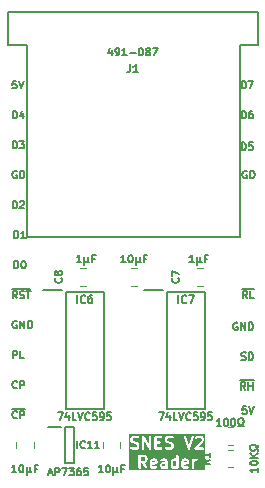
<source format=gto>
%TF.GenerationSoftware,KiCad,Pcbnew,8.0.7*%
%TF.CreationDate,2025-01-04T13:45:03+02:00*%
%TF.ProjectId,SNES Controller Reader,534e4553-2043-46f6-9e74-726f6c6c6572,rev?*%
%TF.SameCoordinates,Original*%
%TF.FileFunction,Legend,Top*%
%TF.FilePolarity,Positive*%
%FSLAX46Y46*%
G04 Gerber Fmt 4.6, Leading zero omitted, Abs format (unit mm)*
G04 Created by KiCad (PCBNEW 8.0.7) date 2025-01-04 13:45:03*
%MOMM*%
%LPD*%
G01*
G04 APERTURE LIST*
%ADD10C,0.150000*%
%ADD11C,0.200000*%
%ADD12C,0.120000*%
G04 APERTURE END LIST*
D10*
X21110315Y-18065963D02*
X20898648Y-17763582D01*
X20747458Y-18065963D02*
X20747458Y-17430963D01*
X20747458Y-17430963D02*
X20989363Y-17430963D01*
X20989363Y-17430963D02*
X21049839Y-17461201D01*
X21049839Y-17461201D02*
X21080077Y-17491439D01*
X21080077Y-17491439D02*
X21110315Y-17551915D01*
X21110315Y-17551915D02*
X21110315Y-17642629D01*
X21110315Y-17642629D02*
X21080077Y-17703105D01*
X21080077Y-17703105D02*
X21049839Y-17733344D01*
X21049839Y-17733344D02*
X20989363Y-17763582D01*
X20989363Y-17763582D02*
X20747458Y-17763582D01*
X21684839Y-18065963D02*
X21382458Y-18065963D01*
X21382458Y-18065963D02*
X21382458Y-17430963D01*
X20659768Y-17254675D02*
X21681816Y-17254675D01*
X1265874Y-2825963D02*
X1265874Y-2190963D01*
X1265874Y-2190963D02*
X1417064Y-2190963D01*
X1417064Y-2190963D02*
X1507779Y-2221201D01*
X1507779Y-2221201D02*
X1568255Y-2281677D01*
X1568255Y-2281677D02*
X1598493Y-2342153D01*
X1598493Y-2342153D02*
X1628731Y-2463105D01*
X1628731Y-2463105D02*
X1628731Y-2553820D01*
X1628731Y-2553820D02*
X1598493Y-2674772D01*
X1598493Y-2674772D02*
X1568255Y-2735248D01*
X1568255Y-2735248D02*
X1507779Y-2795725D01*
X1507779Y-2795725D02*
X1417064Y-2825963D01*
X1417064Y-2825963D02*
X1265874Y-2825963D01*
X2173017Y-2402629D02*
X2173017Y-2825963D01*
X2021826Y-2160725D02*
X1870636Y-2614296D01*
X1870636Y-2614296D02*
X2263731Y-2614296D01*
X1598493Y-7301201D02*
X1538017Y-7270963D01*
X1538017Y-7270963D02*
X1447303Y-7270963D01*
X1447303Y-7270963D02*
X1356588Y-7301201D01*
X1356588Y-7301201D02*
X1296112Y-7361677D01*
X1296112Y-7361677D02*
X1265874Y-7422153D01*
X1265874Y-7422153D02*
X1235636Y-7543105D01*
X1235636Y-7543105D02*
X1235636Y-7633820D01*
X1235636Y-7633820D02*
X1265874Y-7754772D01*
X1265874Y-7754772D02*
X1296112Y-7815248D01*
X1296112Y-7815248D02*
X1356588Y-7875725D01*
X1356588Y-7875725D02*
X1447303Y-7905963D01*
X1447303Y-7905963D02*
X1507779Y-7905963D01*
X1507779Y-7905963D02*
X1598493Y-7875725D01*
X1598493Y-7875725D02*
X1628731Y-7845486D01*
X1628731Y-7845486D02*
X1628731Y-7633820D01*
X1628731Y-7633820D02*
X1507779Y-7633820D01*
X1900874Y-7905963D02*
X1900874Y-7270963D01*
X1900874Y-7270963D02*
X2052064Y-7270963D01*
X2052064Y-7270963D02*
X2142779Y-7301201D01*
X2142779Y-7301201D02*
X2203255Y-7361677D01*
X2203255Y-7361677D02*
X2233493Y-7422153D01*
X2233493Y-7422153D02*
X2263731Y-7543105D01*
X2263731Y-7543105D02*
X2263731Y-7633820D01*
X2263731Y-7633820D02*
X2233493Y-7754772D01*
X2233493Y-7754772D02*
X2203255Y-7815248D01*
X2203255Y-7815248D02*
X2142779Y-7875725D01*
X2142779Y-7875725D02*
X2052064Y-7905963D01*
X2052064Y-7905963D02*
X1900874Y-7905963D01*
X21086125Y-7301201D02*
X21025649Y-7270963D01*
X21025649Y-7270963D02*
X20934935Y-7270963D01*
X20934935Y-7270963D02*
X20844220Y-7301201D01*
X20844220Y-7301201D02*
X20783744Y-7361677D01*
X20783744Y-7361677D02*
X20753506Y-7422153D01*
X20753506Y-7422153D02*
X20723268Y-7543105D01*
X20723268Y-7543105D02*
X20723268Y-7633820D01*
X20723268Y-7633820D02*
X20753506Y-7754772D01*
X20753506Y-7754772D02*
X20783744Y-7815248D01*
X20783744Y-7815248D02*
X20844220Y-7875725D01*
X20844220Y-7875725D02*
X20934935Y-7905963D01*
X20934935Y-7905963D02*
X20995411Y-7905963D01*
X20995411Y-7905963D02*
X21086125Y-7875725D01*
X21086125Y-7875725D02*
X21116363Y-7845486D01*
X21116363Y-7845486D02*
X21116363Y-7633820D01*
X21116363Y-7633820D02*
X20995411Y-7633820D01*
X21388506Y-7905963D02*
X21388506Y-7270963D01*
X21388506Y-7270963D02*
X21539696Y-7270963D01*
X21539696Y-7270963D02*
X21630411Y-7301201D01*
X21630411Y-7301201D02*
X21690887Y-7361677D01*
X21690887Y-7361677D02*
X21721125Y-7422153D01*
X21721125Y-7422153D02*
X21751363Y-7543105D01*
X21751363Y-7543105D02*
X21751363Y-7633820D01*
X21751363Y-7633820D02*
X21721125Y-7754772D01*
X21721125Y-7754772D02*
X21690887Y-7815248D01*
X21690887Y-7815248D02*
X21630411Y-7875725D01*
X21630411Y-7875725D02*
X21539696Y-7905963D01*
X21539696Y-7905963D02*
X21388506Y-7905963D01*
X1265874Y-10445963D02*
X1265874Y-9810963D01*
X1265874Y-9810963D02*
X1417064Y-9810963D01*
X1417064Y-9810963D02*
X1507779Y-9841201D01*
X1507779Y-9841201D02*
X1568255Y-9901677D01*
X1568255Y-9901677D02*
X1598493Y-9962153D01*
X1598493Y-9962153D02*
X1628731Y-10083105D01*
X1628731Y-10083105D02*
X1628731Y-10173820D01*
X1628731Y-10173820D02*
X1598493Y-10294772D01*
X1598493Y-10294772D02*
X1568255Y-10355248D01*
X1568255Y-10355248D02*
X1507779Y-10415725D01*
X1507779Y-10415725D02*
X1417064Y-10445963D01*
X1417064Y-10445963D02*
X1265874Y-10445963D01*
X1870636Y-9871439D02*
X1900874Y-9841201D01*
X1900874Y-9841201D02*
X1961350Y-9810963D01*
X1961350Y-9810963D02*
X2112541Y-9810963D01*
X2112541Y-9810963D02*
X2173017Y-9841201D01*
X2173017Y-9841201D02*
X2203255Y-9871439D01*
X2203255Y-9871439D02*
X2233493Y-9931915D01*
X2233493Y-9931915D02*
X2233493Y-9992391D01*
X2233493Y-9992391D02*
X2203255Y-10083105D01*
X2203255Y-10083105D02*
X1840398Y-10445963D01*
X1840398Y-10445963D02*
X2233493Y-10445963D01*
X20626506Y-23242725D02*
X20717220Y-23272963D01*
X20717220Y-23272963D02*
X20868411Y-23272963D01*
X20868411Y-23272963D02*
X20928887Y-23242725D01*
X20928887Y-23242725D02*
X20959125Y-23212486D01*
X20959125Y-23212486D02*
X20989363Y-23152010D01*
X20989363Y-23152010D02*
X20989363Y-23091534D01*
X20989363Y-23091534D02*
X20959125Y-23031058D01*
X20959125Y-23031058D02*
X20928887Y-23000820D01*
X20928887Y-23000820D02*
X20868411Y-22970582D01*
X20868411Y-22970582D02*
X20747458Y-22940344D01*
X20747458Y-22940344D02*
X20686982Y-22910105D01*
X20686982Y-22910105D02*
X20656744Y-22879867D01*
X20656744Y-22879867D02*
X20626506Y-22819391D01*
X20626506Y-22819391D02*
X20626506Y-22758915D01*
X20626506Y-22758915D02*
X20656744Y-22698439D01*
X20656744Y-22698439D02*
X20686982Y-22668201D01*
X20686982Y-22668201D02*
X20747458Y-22637963D01*
X20747458Y-22637963D02*
X20898649Y-22637963D01*
X20898649Y-22637963D02*
X20989363Y-22668201D01*
X21261506Y-23272963D02*
X21261506Y-22637963D01*
X21261506Y-22637963D02*
X21412696Y-22637963D01*
X21412696Y-22637963D02*
X21503411Y-22668201D01*
X21503411Y-22668201D02*
X21563887Y-22728677D01*
X21563887Y-22728677D02*
X21594125Y-22789153D01*
X21594125Y-22789153D02*
X21624363Y-22910105D01*
X21624363Y-22910105D02*
X21624363Y-23000820D01*
X21624363Y-23000820D02*
X21594125Y-23121772D01*
X21594125Y-23121772D02*
X21563887Y-23182248D01*
X21563887Y-23182248D02*
X21503411Y-23242725D01*
X21503411Y-23242725D02*
X21412696Y-23272963D01*
X21412696Y-23272963D02*
X21261506Y-23272963D01*
X1265874Y-23145963D02*
X1265874Y-22510963D01*
X1265874Y-22510963D02*
X1507779Y-22510963D01*
X1507779Y-22510963D02*
X1568255Y-22541201D01*
X1568255Y-22541201D02*
X1598493Y-22571439D01*
X1598493Y-22571439D02*
X1628731Y-22631915D01*
X1628731Y-22631915D02*
X1628731Y-22722629D01*
X1628731Y-22722629D02*
X1598493Y-22783105D01*
X1598493Y-22783105D02*
X1568255Y-22813344D01*
X1568255Y-22813344D02*
X1507779Y-22843582D01*
X1507779Y-22843582D02*
X1265874Y-22843582D01*
X2203255Y-23145963D02*
X1900874Y-23145963D01*
X1900874Y-23145963D02*
X1900874Y-22510963D01*
X21049839Y-27209963D02*
X20747458Y-27209963D01*
X20747458Y-27209963D02*
X20717220Y-27512344D01*
X20717220Y-27512344D02*
X20747458Y-27482105D01*
X20747458Y-27482105D02*
X20807934Y-27451867D01*
X20807934Y-27451867D02*
X20959125Y-27451867D01*
X20959125Y-27451867D02*
X21019601Y-27482105D01*
X21019601Y-27482105D02*
X21049839Y-27512344D01*
X21049839Y-27512344D02*
X21080077Y-27572820D01*
X21080077Y-27572820D02*
X21080077Y-27724010D01*
X21080077Y-27724010D02*
X21049839Y-27784486D01*
X21049839Y-27784486D02*
X21019601Y-27814725D01*
X21019601Y-27814725D02*
X20959125Y-27844963D01*
X20959125Y-27844963D02*
X20807934Y-27844963D01*
X20807934Y-27844963D02*
X20747458Y-27814725D01*
X20747458Y-27814725D02*
X20717220Y-27784486D01*
X21261506Y-27209963D02*
X21473172Y-27844963D01*
X21473172Y-27844963D02*
X21684839Y-27209963D01*
X1392874Y-15525963D02*
X1392874Y-14890963D01*
X1392874Y-14890963D02*
X1544064Y-14890963D01*
X1544064Y-14890963D02*
X1634779Y-14921201D01*
X1634779Y-14921201D02*
X1695255Y-14981677D01*
X1695255Y-14981677D02*
X1725493Y-15042153D01*
X1725493Y-15042153D02*
X1755731Y-15163105D01*
X1755731Y-15163105D02*
X1755731Y-15253820D01*
X1755731Y-15253820D02*
X1725493Y-15374772D01*
X1725493Y-15374772D02*
X1695255Y-15435248D01*
X1695255Y-15435248D02*
X1634779Y-15495725D01*
X1634779Y-15495725D02*
X1544064Y-15525963D01*
X1544064Y-15525963D02*
X1392874Y-15525963D01*
X2148826Y-14890963D02*
X2209303Y-14890963D01*
X2209303Y-14890963D02*
X2269779Y-14921201D01*
X2269779Y-14921201D02*
X2300017Y-14951439D01*
X2300017Y-14951439D02*
X2330255Y-15011915D01*
X2330255Y-15011915D02*
X2360493Y-15132867D01*
X2360493Y-15132867D02*
X2360493Y-15284058D01*
X2360493Y-15284058D02*
X2330255Y-15405010D01*
X2330255Y-15405010D02*
X2300017Y-15465486D01*
X2300017Y-15465486D02*
X2269779Y-15495725D01*
X2269779Y-15495725D02*
X2209303Y-15525963D01*
X2209303Y-15525963D02*
X2148826Y-15525963D01*
X2148826Y-15525963D02*
X2088350Y-15495725D01*
X2088350Y-15495725D02*
X2058112Y-15465486D01*
X2058112Y-15465486D02*
X2027874Y-15405010D01*
X2027874Y-15405010D02*
X1997636Y-15284058D01*
X1997636Y-15284058D02*
X1997636Y-15132867D01*
X1997636Y-15132867D02*
X2027874Y-15011915D01*
X2027874Y-15011915D02*
X2058112Y-14951439D01*
X2058112Y-14951439D02*
X2088350Y-14921201D01*
X2088350Y-14921201D02*
X2148826Y-14890963D01*
X20656744Y-2825963D02*
X20656744Y-2190963D01*
X20656744Y-2190963D02*
X20807934Y-2190963D01*
X20807934Y-2190963D02*
X20898649Y-2221201D01*
X20898649Y-2221201D02*
X20959125Y-2281677D01*
X20959125Y-2281677D02*
X20989363Y-2342153D01*
X20989363Y-2342153D02*
X21019601Y-2463105D01*
X21019601Y-2463105D02*
X21019601Y-2553820D01*
X21019601Y-2553820D02*
X20989363Y-2674772D01*
X20989363Y-2674772D02*
X20959125Y-2735248D01*
X20959125Y-2735248D02*
X20898649Y-2795725D01*
X20898649Y-2795725D02*
X20807934Y-2825963D01*
X20807934Y-2825963D02*
X20656744Y-2825963D01*
X21563887Y-2190963D02*
X21442934Y-2190963D01*
X21442934Y-2190963D02*
X21382458Y-2221201D01*
X21382458Y-2221201D02*
X21352220Y-2251439D01*
X21352220Y-2251439D02*
X21291744Y-2342153D01*
X21291744Y-2342153D02*
X21261506Y-2463105D01*
X21261506Y-2463105D02*
X21261506Y-2705010D01*
X21261506Y-2705010D02*
X21291744Y-2765486D01*
X21291744Y-2765486D02*
X21321982Y-2795725D01*
X21321982Y-2795725D02*
X21382458Y-2825963D01*
X21382458Y-2825963D02*
X21503411Y-2825963D01*
X21503411Y-2825963D02*
X21563887Y-2795725D01*
X21563887Y-2795725D02*
X21594125Y-2765486D01*
X21594125Y-2765486D02*
X21624363Y-2705010D01*
X21624363Y-2705010D02*
X21624363Y-2553820D01*
X21624363Y-2553820D02*
X21594125Y-2493344D01*
X21594125Y-2493344D02*
X21563887Y-2463105D01*
X21563887Y-2463105D02*
X21503411Y-2432867D01*
X21503411Y-2432867D02*
X21382458Y-2432867D01*
X21382458Y-2432867D02*
X21321982Y-2463105D01*
X21321982Y-2463105D02*
X21291744Y-2493344D01*
X21291744Y-2493344D02*
X21261506Y-2553820D01*
X1628731Y-18065963D02*
X1417064Y-17763582D01*
X1265874Y-18065963D02*
X1265874Y-17430963D01*
X1265874Y-17430963D02*
X1507779Y-17430963D01*
X1507779Y-17430963D02*
X1568255Y-17461201D01*
X1568255Y-17461201D02*
X1598493Y-17491439D01*
X1598493Y-17491439D02*
X1628731Y-17551915D01*
X1628731Y-17551915D02*
X1628731Y-17642629D01*
X1628731Y-17642629D02*
X1598493Y-17703105D01*
X1598493Y-17703105D02*
X1568255Y-17733344D01*
X1568255Y-17733344D02*
X1507779Y-17763582D01*
X1507779Y-17763582D02*
X1265874Y-17763582D01*
X1870636Y-18035725D02*
X1961350Y-18065963D01*
X1961350Y-18065963D02*
X2112541Y-18065963D01*
X2112541Y-18065963D02*
X2173017Y-18035725D01*
X2173017Y-18035725D02*
X2203255Y-18005486D01*
X2203255Y-18005486D02*
X2233493Y-17945010D01*
X2233493Y-17945010D02*
X2233493Y-17884534D01*
X2233493Y-17884534D02*
X2203255Y-17824058D01*
X2203255Y-17824058D02*
X2173017Y-17793820D01*
X2173017Y-17793820D02*
X2112541Y-17763582D01*
X2112541Y-17763582D02*
X1991588Y-17733344D01*
X1991588Y-17733344D02*
X1931112Y-17703105D01*
X1931112Y-17703105D02*
X1900874Y-17672867D01*
X1900874Y-17672867D02*
X1870636Y-17612391D01*
X1870636Y-17612391D02*
X1870636Y-17551915D01*
X1870636Y-17551915D02*
X1900874Y-17491439D01*
X1900874Y-17491439D02*
X1931112Y-17461201D01*
X1931112Y-17461201D02*
X1991588Y-17430963D01*
X1991588Y-17430963D02*
X2142779Y-17430963D01*
X2142779Y-17430963D02*
X2233493Y-17461201D01*
X2414922Y-17430963D02*
X2777779Y-17430963D01*
X2596350Y-18065963D02*
X2596350Y-17430963D01*
X1178184Y-17254675D02*
X2774756Y-17254675D01*
X20293887Y-20128201D02*
X20233411Y-20097963D01*
X20233411Y-20097963D02*
X20142697Y-20097963D01*
X20142697Y-20097963D02*
X20051982Y-20128201D01*
X20051982Y-20128201D02*
X19991506Y-20188677D01*
X19991506Y-20188677D02*
X19961268Y-20249153D01*
X19961268Y-20249153D02*
X19931030Y-20370105D01*
X19931030Y-20370105D02*
X19931030Y-20460820D01*
X19931030Y-20460820D02*
X19961268Y-20581772D01*
X19961268Y-20581772D02*
X19991506Y-20642248D01*
X19991506Y-20642248D02*
X20051982Y-20702725D01*
X20051982Y-20702725D02*
X20142697Y-20732963D01*
X20142697Y-20732963D02*
X20203173Y-20732963D01*
X20203173Y-20732963D02*
X20293887Y-20702725D01*
X20293887Y-20702725D02*
X20324125Y-20672486D01*
X20324125Y-20672486D02*
X20324125Y-20460820D01*
X20324125Y-20460820D02*
X20203173Y-20460820D01*
X20596268Y-20732963D02*
X20596268Y-20097963D01*
X20596268Y-20097963D02*
X20959125Y-20732963D01*
X20959125Y-20732963D02*
X20959125Y-20097963D01*
X21261506Y-20732963D02*
X21261506Y-20097963D01*
X21261506Y-20097963D02*
X21412696Y-20097963D01*
X21412696Y-20097963D02*
X21503411Y-20128201D01*
X21503411Y-20128201D02*
X21563887Y-20188677D01*
X21563887Y-20188677D02*
X21594125Y-20249153D01*
X21594125Y-20249153D02*
X21624363Y-20370105D01*
X21624363Y-20370105D02*
X21624363Y-20460820D01*
X21624363Y-20460820D02*
X21594125Y-20581772D01*
X21594125Y-20581772D02*
X21563887Y-20642248D01*
X21563887Y-20642248D02*
X21503411Y-20702725D01*
X21503411Y-20702725D02*
X21412696Y-20732963D01*
X21412696Y-20732963D02*
X21261506Y-20732963D01*
X1568255Y349036D02*
X1265874Y349036D01*
X1265874Y349036D02*
X1235636Y46655D01*
X1235636Y46655D02*
X1265874Y76894D01*
X1265874Y76894D02*
X1326350Y107132D01*
X1326350Y107132D02*
X1477541Y107132D01*
X1477541Y107132D02*
X1538017Y76894D01*
X1538017Y76894D02*
X1568255Y46655D01*
X1568255Y46655D02*
X1598493Y-13820D01*
X1598493Y-13820D02*
X1598493Y-165010D01*
X1598493Y-165010D02*
X1568255Y-225486D01*
X1568255Y-225486D02*
X1538017Y-255725D01*
X1538017Y-255725D02*
X1477541Y-285963D01*
X1477541Y-285963D02*
X1326350Y-285963D01*
X1326350Y-285963D02*
X1265874Y-255725D01*
X1265874Y-255725D02*
X1235636Y-225486D01*
X1779922Y349036D02*
X1991588Y-285963D01*
X1991588Y-285963D02*
X2203255Y349036D01*
X20656744Y-285963D02*
X20656744Y349036D01*
X20656744Y349036D02*
X20807934Y349036D01*
X20807934Y349036D02*
X20898649Y318798D01*
X20898649Y318798D02*
X20959125Y258322D01*
X20959125Y258322D02*
X20989363Y197846D01*
X20989363Y197846D02*
X21019601Y76894D01*
X21019601Y76894D02*
X21019601Y-13820D01*
X21019601Y-13820D02*
X20989363Y-134772D01*
X20989363Y-134772D02*
X20959125Y-195248D01*
X20959125Y-195248D02*
X20898649Y-255725D01*
X20898649Y-255725D02*
X20807934Y-285963D01*
X20807934Y-285963D02*
X20656744Y-285963D01*
X21231268Y349036D02*
X21654601Y349036D01*
X21654601Y349036D02*
X21382458Y-285963D01*
X1265874Y-5365963D02*
X1265874Y-4730963D01*
X1265874Y-4730963D02*
X1417064Y-4730963D01*
X1417064Y-4730963D02*
X1507779Y-4761201D01*
X1507779Y-4761201D02*
X1568255Y-4821677D01*
X1568255Y-4821677D02*
X1598493Y-4882153D01*
X1598493Y-4882153D02*
X1628731Y-5003105D01*
X1628731Y-5003105D02*
X1628731Y-5093820D01*
X1628731Y-5093820D02*
X1598493Y-5214772D01*
X1598493Y-5214772D02*
X1568255Y-5275248D01*
X1568255Y-5275248D02*
X1507779Y-5335725D01*
X1507779Y-5335725D02*
X1417064Y-5365963D01*
X1417064Y-5365963D02*
X1265874Y-5365963D01*
X1840398Y-4730963D02*
X2233493Y-4730963D01*
X2233493Y-4730963D02*
X2021826Y-4972867D01*
X2021826Y-4972867D02*
X2112541Y-4972867D01*
X2112541Y-4972867D02*
X2173017Y-5003105D01*
X2173017Y-5003105D02*
X2203255Y-5033344D01*
X2203255Y-5033344D02*
X2233493Y-5093820D01*
X2233493Y-5093820D02*
X2233493Y-5245010D01*
X2233493Y-5245010D02*
X2203255Y-5305486D01*
X2203255Y-5305486D02*
X2173017Y-5335725D01*
X2173017Y-5335725D02*
X2112541Y-5365963D01*
X2112541Y-5365963D02*
X1931112Y-5365963D01*
X1931112Y-5365963D02*
X1870636Y-5335725D01*
X1870636Y-5335725D02*
X1840398Y-5305486D01*
D11*
G36*
X13324082Y-31834707D02*
G01*
X13341532Y-31869607D01*
X13070047Y-31923904D01*
X13070047Y-31879016D01*
X13092202Y-31834706D01*
X13136511Y-31812552D01*
X13279773Y-31812552D01*
X13324082Y-31834707D01*
G37*
G36*
X14203380Y-32269796D02*
G01*
X14184535Y-32279219D01*
X13993654Y-32279219D01*
X13949344Y-32257064D01*
X13927190Y-32212754D01*
X13927190Y-32164730D01*
X13949345Y-32120420D01*
X13993654Y-32098266D01*
X14203380Y-32098266D01*
X14203380Y-32269796D01*
G37*
G36*
X15108142Y-31821974D02*
G01*
X15108142Y-32269796D01*
X15089297Y-32279219D01*
X14946035Y-32279219D01*
X14886425Y-32249414D01*
X14861758Y-32224746D01*
X14831952Y-32165134D01*
X14831952Y-31926635D01*
X14861757Y-31867025D01*
X14886425Y-31842356D01*
X14946035Y-31812552D01*
X15089297Y-31812552D01*
X15108142Y-31821974D01*
G37*
G36*
X15990749Y-31834707D02*
G01*
X16008199Y-31869607D01*
X15736714Y-31923904D01*
X15736714Y-31879016D01*
X15758869Y-31834706D01*
X15803178Y-31812552D01*
X15946440Y-31812552D01*
X15990749Y-31834707D01*
G37*
G36*
X12434620Y-31509024D02*
G01*
X12459289Y-31533692D01*
X12489094Y-31593302D01*
X12489094Y-31688945D01*
X12459289Y-31748554D01*
X12434620Y-31773222D01*
X12375011Y-31803028D01*
X12117666Y-31803028D01*
X12117666Y-31479219D01*
X12375011Y-31479219D01*
X12434620Y-31509024D01*
G37*
G36*
X17585920Y-32590330D02*
G01*
X11116079Y-32590330D01*
X11116079Y-31379219D01*
X11917666Y-31379219D01*
X11917666Y-32379219D01*
X11919587Y-32398728D01*
X11934519Y-32434776D01*
X11962109Y-32462366D01*
X11998157Y-32477298D01*
X12037175Y-32477298D01*
X12073223Y-32462366D01*
X12100813Y-32434776D01*
X12115745Y-32398728D01*
X12117666Y-32379219D01*
X12117666Y-32003028D01*
X12203696Y-32003028D01*
X12507171Y-32436565D01*
X12519932Y-32451446D01*
X12552837Y-32472415D01*
X12591262Y-32479196D01*
X12629356Y-32470756D01*
X12661321Y-32448381D01*
X12682290Y-32415476D01*
X12689071Y-32377052D01*
X12680631Y-32338957D01*
X12671017Y-32321873D01*
X12441049Y-31993347D01*
X12443339Y-31992471D01*
X12538577Y-31944852D01*
X12546973Y-31939566D01*
X12549413Y-31938556D01*
X12552159Y-31936302D01*
X12555167Y-31934409D01*
X12556896Y-31932414D01*
X12564567Y-31926120D01*
X12612185Y-31878501D01*
X12618477Y-31870834D01*
X12620475Y-31869102D01*
X12622368Y-31866093D01*
X12624622Y-31863348D01*
X12625632Y-31860907D01*
X12629093Y-31855409D01*
X12870047Y-31855409D01*
X12870047Y-32236361D01*
X12871968Y-32255870D01*
X12873343Y-32259190D01*
X12873598Y-32262773D01*
X12880604Y-32281082D01*
X12928223Y-32376321D01*
X12930276Y-32379584D01*
X12930790Y-32381123D01*
X12932452Y-32383039D01*
X12938666Y-32392911D01*
X12948137Y-32401125D01*
X12956354Y-32410600D01*
X12966224Y-32416812D01*
X12968142Y-32418476D01*
X12969682Y-32418989D01*
X12972945Y-32421043D01*
X13068182Y-32468662D01*
X13086491Y-32475668D01*
X13090074Y-32475922D01*
X13093395Y-32477298D01*
X13112904Y-32479219D01*
X13303380Y-32479219D01*
X13322889Y-32477298D01*
X13326209Y-32475922D01*
X13329793Y-32475668D01*
X13348101Y-32468662D01*
X13443339Y-32421043D01*
X13459929Y-32410600D01*
X13485494Y-32381123D01*
X13497832Y-32344107D01*
X13495067Y-32305187D01*
X13477618Y-32270289D01*
X13448141Y-32244724D01*
X13411125Y-32232385D01*
X13372205Y-32235151D01*
X13353896Y-32242157D01*
X13279773Y-32279219D01*
X13136511Y-32279219D01*
X13092201Y-32257064D01*
X13070047Y-32212754D01*
X13070047Y-32141123D01*
X13727190Y-32141123D01*
X13727190Y-32236361D01*
X13729111Y-32255870D01*
X13730486Y-32259190D01*
X13730741Y-32262773D01*
X13737747Y-32281082D01*
X13785366Y-32376321D01*
X13787419Y-32379584D01*
X13787933Y-32381123D01*
X13789595Y-32383039D01*
X13795809Y-32392911D01*
X13805280Y-32401125D01*
X13813497Y-32410600D01*
X13823367Y-32416812D01*
X13825285Y-32418476D01*
X13826825Y-32418989D01*
X13830088Y-32421043D01*
X13925325Y-32468662D01*
X13943634Y-32475668D01*
X13947217Y-32475922D01*
X13950538Y-32477298D01*
X13970047Y-32479219D01*
X14208142Y-32479219D01*
X14227651Y-32477298D01*
X14230971Y-32475922D01*
X14234555Y-32475668D01*
X14252863Y-32468662D01*
X14257466Y-32466360D01*
X14283871Y-32477298D01*
X14322889Y-32477298D01*
X14358937Y-32462366D01*
X14386527Y-32434776D01*
X14401459Y-32398728D01*
X14403380Y-32379219D01*
X14403380Y-31903028D01*
X14631952Y-31903028D01*
X14631952Y-32188742D01*
X14633873Y-32208251D01*
X14635248Y-32211571D01*
X14635503Y-32215155D01*
X14642509Y-32233463D01*
X14690128Y-32328701D01*
X14695411Y-32337093D01*
X14696423Y-32339537D01*
X14698679Y-32342286D01*
X14700571Y-32345291D01*
X14702565Y-32347020D01*
X14708860Y-32354690D01*
X14756478Y-32402310D01*
X14764146Y-32408603D01*
X14765878Y-32410600D01*
X14768886Y-32412493D01*
X14771632Y-32414747D01*
X14774072Y-32415757D01*
X14782469Y-32421043D01*
X14877706Y-32468662D01*
X14896015Y-32475668D01*
X14899598Y-32475922D01*
X14902919Y-32477298D01*
X14922428Y-32479219D01*
X15112904Y-32479219D01*
X15132413Y-32477298D01*
X15135733Y-32475922D01*
X15139317Y-32475668D01*
X15157625Y-32468662D01*
X15162228Y-32466360D01*
X15188633Y-32477298D01*
X15227651Y-32477298D01*
X15263699Y-32462366D01*
X15291289Y-32434776D01*
X15306221Y-32398728D01*
X15308142Y-32379219D01*
X15308142Y-31855409D01*
X15536714Y-31855409D01*
X15536714Y-32236361D01*
X15538635Y-32255870D01*
X15540010Y-32259190D01*
X15540265Y-32262773D01*
X15547271Y-32281082D01*
X15594890Y-32376321D01*
X15596943Y-32379584D01*
X15597457Y-32381123D01*
X15599119Y-32383039D01*
X15605333Y-32392911D01*
X15614804Y-32401125D01*
X15623021Y-32410600D01*
X15632891Y-32416812D01*
X15634809Y-32418476D01*
X15636349Y-32418989D01*
X15639612Y-32421043D01*
X15734849Y-32468662D01*
X15753158Y-32475668D01*
X15756741Y-32475922D01*
X15760062Y-32477298D01*
X15779571Y-32479219D01*
X15970047Y-32479219D01*
X15989556Y-32477298D01*
X15992876Y-32475922D01*
X15996460Y-32475668D01*
X16014768Y-32468662D01*
X16110006Y-32421043D01*
X16126596Y-32410600D01*
X16152161Y-32381123D01*
X16164499Y-32344107D01*
X16161734Y-32305187D01*
X16144285Y-32270289D01*
X16114808Y-32244724D01*
X16077792Y-32232385D01*
X16038872Y-32235151D01*
X16020563Y-32242157D01*
X15946440Y-32279219D01*
X15803178Y-32279219D01*
X15758868Y-32257064D01*
X15736714Y-32212754D01*
X15736714Y-32127865D01*
X16132410Y-32048726D01*
X16132413Y-32048726D01*
X16132415Y-32048724D01*
X16132515Y-32048705D01*
X16151269Y-32042995D01*
X16159409Y-32037543D01*
X16168461Y-32033794D01*
X16175462Y-32026792D01*
X16183688Y-32021284D01*
X16189122Y-32013132D01*
X16196051Y-32006204D01*
X16199840Y-31997056D01*
X16205332Y-31988819D01*
X16207233Y-31979208D01*
X16210983Y-31970156D01*
X16212904Y-31950647D01*
X16212904Y-31855409D01*
X16210983Y-31835900D01*
X16209607Y-31832579D01*
X16209353Y-31828996D01*
X16202347Y-31810687D01*
X16154728Y-31715450D01*
X16152903Y-31712552D01*
X16441476Y-31712552D01*
X16441476Y-32379219D01*
X16443397Y-32398728D01*
X16458329Y-32434776D01*
X16485919Y-32462366D01*
X16521967Y-32477298D01*
X16560985Y-32477298D01*
X16597033Y-32462366D01*
X16624623Y-32434776D01*
X16639555Y-32398728D01*
X16641476Y-32379219D01*
X16641476Y-31926635D01*
X16671281Y-31867025D01*
X16695949Y-31842356D01*
X16755559Y-31812552D01*
X16827190Y-31812552D01*
X16846699Y-31810631D01*
X16882747Y-31795699D01*
X16910337Y-31768109D01*
X16925269Y-31732061D01*
X16925269Y-31693043D01*
X16910337Y-31656995D01*
X16882747Y-31629405D01*
X16846699Y-31614473D01*
X16827190Y-31612552D01*
X16731952Y-31612552D01*
X16712443Y-31614473D01*
X16709122Y-31615848D01*
X16705539Y-31616103D01*
X16687230Y-31623109D01*
X16622901Y-31655273D01*
X16597033Y-31629405D01*
X16560985Y-31614473D01*
X16521967Y-31614473D01*
X16485919Y-31629405D01*
X16458329Y-31656995D01*
X16443397Y-31693043D01*
X16441476Y-31712552D01*
X16152903Y-31712552D01*
X16152673Y-31712186D01*
X16152161Y-31710648D01*
X16150499Y-31708732D01*
X16144285Y-31698859D01*
X16134809Y-31690641D01*
X16126596Y-31681171D01*
X16116724Y-31674957D01*
X16114808Y-31673295D01*
X16113269Y-31672781D01*
X16110006Y-31670728D01*
X16014768Y-31623109D01*
X15996460Y-31616103D01*
X15992876Y-31615848D01*
X15989556Y-31614473D01*
X15970047Y-31612552D01*
X15779571Y-31612552D01*
X15760062Y-31614473D01*
X15756741Y-31615848D01*
X15753158Y-31616103D01*
X15734849Y-31623109D01*
X15639612Y-31670728D01*
X15636348Y-31672782D01*
X15634810Y-31673295D01*
X15632894Y-31674956D01*
X15623021Y-31681171D01*
X15614803Y-31690646D01*
X15605333Y-31698860D01*
X15599119Y-31708731D01*
X15597457Y-31710648D01*
X15596943Y-31712186D01*
X15594890Y-31715450D01*
X15547271Y-31810688D01*
X15540265Y-31828996D01*
X15540010Y-31832579D01*
X15538635Y-31835900D01*
X15536714Y-31855409D01*
X15308142Y-31855409D01*
X15308142Y-31379219D01*
X15306221Y-31359710D01*
X15291289Y-31323662D01*
X15263699Y-31296072D01*
X15227651Y-31281140D01*
X15188633Y-31281140D01*
X15152585Y-31296072D01*
X15124995Y-31323662D01*
X15110063Y-31359710D01*
X15108142Y-31379219D01*
X15108142Y-31612552D01*
X14922428Y-31612552D01*
X14902919Y-31614473D01*
X14899598Y-31615848D01*
X14896015Y-31616103D01*
X14877706Y-31623109D01*
X14782469Y-31670728D01*
X14774072Y-31676013D01*
X14771632Y-31677024D01*
X14768886Y-31679277D01*
X14765878Y-31681171D01*
X14764145Y-31683168D01*
X14756479Y-31689461D01*
X14708860Y-31737079D01*
X14702565Y-31744749D01*
X14700571Y-31746479D01*
X14698677Y-31749486D01*
X14696424Y-31752233D01*
X14695413Y-31754672D01*
X14690128Y-31763069D01*
X14642509Y-31858307D01*
X14635503Y-31876615D01*
X14635248Y-31880198D01*
X14633873Y-31883519D01*
X14631952Y-31903028D01*
X14403380Y-31903028D01*
X14403380Y-31855409D01*
X14401459Y-31835900D01*
X14400083Y-31832579D01*
X14399829Y-31828996D01*
X14392823Y-31810687D01*
X14345204Y-31715450D01*
X14343149Y-31712186D01*
X14342637Y-31710648D01*
X14340975Y-31708732D01*
X14334761Y-31698859D01*
X14325285Y-31690641D01*
X14317072Y-31681171D01*
X14307200Y-31674957D01*
X14305284Y-31673295D01*
X14303745Y-31672781D01*
X14300482Y-31670728D01*
X14205244Y-31623109D01*
X14186936Y-31616103D01*
X14183352Y-31615848D01*
X14180032Y-31614473D01*
X14160523Y-31612552D01*
X13970047Y-31612552D01*
X13950538Y-31614473D01*
X13947217Y-31615848D01*
X13943634Y-31616103D01*
X13925325Y-31623109D01*
X13830088Y-31670728D01*
X13813497Y-31681171D01*
X13787933Y-31710648D01*
X13775594Y-31747664D01*
X13778360Y-31786584D01*
X13795809Y-31821483D01*
X13825286Y-31847047D01*
X13862302Y-31859386D01*
X13901222Y-31856620D01*
X13919530Y-31849614D01*
X13993654Y-31812552D01*
X14136916Y-31812552D01*
X14181225Y-31834707D01*
X14203380Y-31879016D01*
X14203380Y-31888843D01*
X14184535Y-31898266D01*
X13970047Y-31898266D01*
X13950538Y-31900187D01*
X13947217Y-31901562D01*
X13943634Y-31901817D01*
X13925325Y-31908823D01*
X13830088Y-31956442D01*
X13826824Y-31958496D01*
X13825286Y-31959009D01*
X13823370Y-31960670D01*
X13813497Y-31966885D01*
X13805279Y-31976360D01*
X13795809Y-31984574D01*
X13789595Y-31994445D01*
X13787933Y-31996362D01*
X13787419Y-31997900D01*
X13785366Y-32001164D01*
X13737747Y-32096402D01*
X13730741Y-32114710D01*
X13730486Y-32118293D01*
X13729111Y-32121614D01*
X13727190Y-32141123D01*
X13070047Y-32141123D01*
X13070047Y-32127865D01*
X13465743Y-32048726D01*
X13465746Y-32048726D01*
X13465748Y-32048724D01*
X13465848Y-32048705D01*
X13484602Y-32042995D01*
X13492742Y-32037543D01*
X13501794Y-32033794D01*
X13508795Y-32026792D01*
X13517021Y-32021284D01*
X13522455Y-32013132D01*
X13529384Y-32006204D01*
X13533173Y-31997056D01*
X13538665Y-31988819D01*
X13540566Y-31979208D01*
X13544316Y-31970156D01*
X13546237Y-31950647D01*
X13546237Y-31855409D01*
X13544316Y-31835900D01*
X13542940Y-31832579D01*
X13542686Y-31828996D01*
X13535680Y-31810687D01*
X13488061Y-31715450D01*
X13486006Y-31712186D01*
X13485494Y-31710648D01*
X13483832Y-31708732D01*
X13477618Y-31698859D01*
X13468142Y-31690641D01*
X13459929Y-31681171D01*
X13450057Y-31674957D01*
X13448141Y-31673295D01*
X13446602Y-31672781D01*
X13443339Y-31670728D01*
X13348101Y-31623109D01*
X13329793Y-31616103D01*
X13326209Y-31615848D01*
X13322889Y-31614473D01*
X13303380Y-31612552D01*
X13112904Y-31612552D01*
X13093395Y-31614473D01*
X13090074Y-31615848D01*
X13086491Y-31616103D01*
X13068182Y-31623109D01*
X12972945Y-31670728D01*
X12969681Y-31672782D01*
X12968143Y-31673295D01*
X12966227Y-31674956D01*
X12956354Y-31681171D01*
X12948136Y-31690646D01*
X12938666Y-31698860D01*
X12932452Y-31708731D01*
X12930790Y-31710648D01*
X12930276Y-31712186D01*
X12928223Y-31715450D01*
X12880604Y-31810688D01*
X12873598Y-31828996D01*
X12873343Y-31832579D01*
X12871968Y-31835900D01*
X12870047Y-31855409D01*
X12629093Y-31855409D01*
X12630918Y-31852511D01*
X12678537Y-31757274D01*
X12685543Y-31738965D01*
X12685797Y-31735381D01*
X12687173Y-31732061D01*
X12689094Y-31712552D01*
X12689094Y-31569695D01*
X12687173Y-31550186D01*
X12685797Y-31546865D01*
X12685543Y-31543282D01*
X12678537Y-31524973D01*
X12630918Y-31429736D01*
X12625632Y-31421339D01*
X12624622Y-31418899D01*
X12622368Y-31416153D01*
X12620475Y-31413145D01*
X12618477Y-31411412D01*
X12612185Y-31403746D01*
X12564567Y-31356127D01*
X12556896Y-31349832D01*
X12555167Y-31347838D01*
X12552159Y-31345944D01*
X12549413Y-31343691D01*
X12546973Y-31342680D01*
X12538577Y-31337395D01*
X12443339Y-31289776D01*
X12425031Y-31282770D01*
X12421447Y-31282515D01*
X12418127Y-31281140D01*
X12398618Y-31279219D01*
X12017666Y-31279219D01*
X11998157Y-31281140D01*
X11962109Y-31296072D01*
X11934519Y-31323662D01*
X11919587Y-31359710D01*
X11917666Y-31379219D01*
X11116079Y-31379219D01*
X11116079Y-29959751D01*
X11227190Y-29959751D01*
X11227190Y-30054989D01*
X11229111Y-30074498D01*
X11230486Y-30077818D01*
X11230741Y-30081402D01*
X11237747Y-30099710D01*
X11285366Y-30194948D01*
X11290651Y-30203344D01*
X11291662Y-30205784D01*
X11293915Y-30208530D01*
X11295809Y-30211538D01*
X11297803Y-30213267D01*
X11304098Y-30220938D01*
X11351717Y-30268556D01*
X11359383Y-30274848D01*
X11361116Y-30276846D01*
X11364124Y-30278739D01*
X11366870Y-30280993D01*
X11369310Y-30282003D01*
X11377707Y-30287289D01*
X11472944Y-30334908D01*
X11474372Y-30335454D01*
X11474952Y-30335884D01*
X11483128Y-30338805D01*
X11491253Y-30341914D01*
X11491973Y-30341965D01*
X11493412Y-30342479D01*
X11673237Y-30387435D01*
X11744144Y-30422889D01*
X11768813Y-30447557D01*
X11798618Y-30507167D01*
X11798618Y-30555191D01*
X11768813Y-30614799D01*
X11744144Y-30639469D01*
X11684535Y-30669275D01*
X11486273Y-30669275D01*
X11358813Y-30626788D01*
X11339697Y-30622441D01*
X11300777Y-30625207D01*
X11265878Y-30642657D01*
X11240313Y-30672133D01*
X11227975Y-30709149D01*
X11230741Y-30748069D01*
X11248191Y-30782968D01*
X11277667Y-30808533D01*
X11295567Y-30816524D01*
X11438424Y-30864143D01*
X11448096Y-30866342D01*
X11450538Y-30867354D01*
X11454075Y-30867702D01*
X11457539Y-30868490D01*
X11460173Y-30868302D01*
X11470047Y-30869275D01*
X11708142Y-30869275D01*
X11727651Y-30867354D01*
X11730971Y-30865978D01*
X11734555Y-30865724D01*
X11752863Y-30858718D01*
X11848101Y-30811099D01*
X11856496Y-30805814D01*
X11858938Y-30804803D01*
X11861685Y-30802547D01*
X11864691Y-30800656D01*
X11866421Y-30798661D01*
X11874091Y-30792366D01*
X11921710Y-30744746D01*
X11928002Y-30737079D01*
X11929999Y-30735348D01*
X11931892Y-30732340D01*
X11934147Y-30729593D01*
X11935158Y-30727151D01*
X11940442Y-30718757D01*
X11988061Y-30623520D01*
X11995067Y-30605211D01*
X11995321Y-30601627D01*
X11996697Y-30598307D01*
X11998618Y-30578798D01*
X11998618Y-30483560D01*
X11996697Y-30464051D01*
X11995321Y-30460730D01*
X11995067Y-30457147D01*
X11988061Y-30438838D01*
X11940442Y-30343601D01*
X11935156Y-30335204D01*
X11934146Y-30332764D01*
X11931892Y-30330018D01*
X11929999Y-30327010D01*
X11928001Y-30325277D01*
X11921709Y-30317611D01*
X11874091Y-30269992D01*
X11866420Y-30263697D01*
X11864691Y-30261703D01*
X11861683Y-30259809D01*
X11858937Y-30257556D01*
X11856497Y-30256545D01*
X11848101Y-30251260D01*
X11752863Y-30203641D01*
X11751436Y-30203095D01*
X11750856Y-30202665D01*
X11742679Y-30199743D01*
X11734555Y-30196635D01*
X11733832Y-30196583D01*
X11732395Y-30196070D01*
X11552570Y-30151113D01*
X11481663Y-30115660D01*
X11456995Y-30090991D01*
X11427190Y-30031381D01*
X11427190Y-29983358D01*
X11456995Y-29923748D01*
X11481663Y-29899079D01*
X11541273Y-29869275D01*
X11739534Y-29869275D01*
X11866995Y-29911762D01*
X11886110Y-29916109D01*
X11925030Y-29913343D01*
X11959929Y-29895893D01*
X11985494Y-29866417D01*
X11997833Y-29829401D01*
X11995066Y-29790481D01*
X11984463Y-29769275D01*
X12227190Y-29769275D01*
X12227190Y-30769275D01*
X12229111Y-30788784D01*
X12244043Y-30824832D01*
X12271633Y-30852422D01*
X12307681Y-30867354D01*
X12346699Y-30867354D01*
X12382747Y-30852422D01*
X12410337Y-30824832D01*
X12425269Y-30788784D01*
X12427190Y-30769275D01*
X12427190Y-30145831D01*
X12811794Y-30818889D01*
X12814712Y-30822999D01*
X12815471Y-30824832D01*
X12817337Y-30826698D01*
X12823141Y-30834874D01*
X12833657Y-30843018D01*
X12843061Y-30852422D01*
X12848948Y-30854860D01*
X12853990Y-30858765D01*
X12866822Y-30862264D01*
X12879109Y-30867354D01*
X12885485Y-30867354D01*
X12891634Y-30869031D01*
X12904827Y-30867354D01*
X12918127Y-30867354D01*
X12924015Y-30864914D01*
X12930340Y-30864111D01*
X12941889Y-30857510D01*
X12954175Y-30852422D01*
X12958682Y-30847914D01*
X12964217Y-30844752D01*
X12972361Y-30834235D01*
X12981765Y-30824832D01*
X12984203Y-30818944D01*
X12988108Y-30813903D01*
X12991607Y-30801070D01*
X12996697Y-30788784D01*
X12997679Y-30778806D01*
X12998374Y-30776260D01*
X12998123Y-30774292D01*
X12998618Y-30769275D01*
X12998618Y-29769275D01*
X13274809Y-29769275D01*
X13274809Y-30769275D01*
X13276730Y-30788784D01*
X13291662Y-30824832D01*
X13319252Y-30852422D01*
X13355300Y-30867354D01*
X13374809Y-30869275D01*
X13850999Y-30869275D01*
X13870508Y-30867354D01*
X13906556Y-30852422D01*
X13934146Y-30824832D01*
X13949078Y-30788784D01*
X13949078Y-30749766D01*
X13934146Y-30713718D01*
X13906556Y-30686128D01*
X13870508Y-30671196D01*
X13850999Y-30669275D01*
X13474809Y-30669275D01*
X13474809Y-30345465D01*
X13708142Y-30345465D01*
X13727651Y-30343544D01*
X13763699Y-30328612D01*
X13791289Y-30301022D01*
X13806221Y-30264974D01*
X13806221Y-30225956D01*
X13791289Y-30189908D01*
X13763699Y-30162318D01*
X13727651Y-30147386D01*
X13708142Y-30145465D01*
X13474809Y-30145465D01*
X13474809Y-29959751D01*
X14131952Y-29959751D01*
X14131952Y-30054989D01*
X14133873Y-30074498D01*
X14135248Y-30077818D01*
X14135503Y-30081402D01*
X14142509Y-30099710D01*
X14190128Y-30194948D01*
X14195413Y-30203344D01*
X14196424Y-30205784D01*
X14198677Y-30208530D01*
X14200571Y-30211538D01*
X14202565Y-30213267D01*
X14208860Y-30220938D01*
X14256479Y-30268556D01*
X14264145Y-30274848D01*
X14265878Y-30276846D01*
X14268886Y-30278739D01*
X14271632Y-30280993D01*
X14274072Y-30282003D01*
X14282469Y-30287289D01*
X14377706Y-30334908D01*
X14379134Y-30335454D01*
X14379714Y-30335884D01*
X14387890Y-30338805D01*
X14396015Y-30341914D01*
X14396735Y-30341965D01*
X14398174Y-30342479D01*
X14577999Y-30387435D01*
X14648906Y-30422889D01*
X14673575Y-30447557D01*
X14703380Y-30507167D01*
X14703380Y-30555191D01*
X14673575Y-30614799D01*
X14648906Y-30639469D01*
X14589297Y-30669275D01*
X14391035Y-30669275D01*
X14263575Y-30626788D01*
X14244459Y-30622441D01*
X14205539Y-30625207D01*
X14170640Y-30642657D01*
X14145075Y-30672133D01*
X14132737Y-30709149D01*
X14135503Y-30748069D01*
X14152953Y-30782968D01*
X14182429Y-30808533D01*
X14200329Y-30816524D01*
X14343186Y-30864143D01*
X14352858Y-30866342D01*
X14355300Y-30867354D01*
X14358837Y-30867702D01*
X14362301Y-30868490D01*
X14364935Y-30868302D01*
X14374809Y-30869275D01*
X14612904Y-30869275D01*
X14632413Y-30867354D01*
X14635733Y-30865978D01*
X14639317Y-30865724D01*
X14657625Y-30858718D01*
X14752863Y-30811099D01*
X14761258Y-30805814D01*
X14763700Y-30804803D01*
X14766447Y-30802547D01*
X14769453Y-30800656D01*
X14771183Y-30798661D01*
X14778853Y-30792366D01*
X14826472Y-30744746D01*
X14832764Y-30737079D01*
X14834761Y-30735348D01*
X14836654Y-30732340D01*
X14838909Y-30729593D01*
X14839920Y-30727151D01*
X14845204Y-30718757D01*
X14892823Y-30623520D01*
X14899829Y-30605211D01*
X14900083Y-30601627D01*
X14901459Y-30598307D01*
X14903380Y-30578798D01*
X14903380Y-30483560D01*
X14901459Y-30464051D01*
X14900083Y-30460730D01*
X14899829Y-30457147D01*
X14892823Y-30438838D01*
X14845204Y-30343601D01*
X14839918Y-30335204D01*
X14838908Y-30332764D01*
X14836654Y-30330018D01*
X14834761Y-30327010D01*
X14832763Y-30325277D01*
X14826471Y-30317611D01*
X14778853Y-30269992D01*
X14771182Y-30263697D01*
X14769453Y-30261703D01*
X14766445Y-30259809D01*
X14763699Y-30257556D01*
X14761259Y-30256545D01*
X14752863Y-30251260D01*
X14657625Y-30203641D01*
X14656198Y-30203095D01*
X14655618Y-30202665D01*
X14647441Y-30199743D01*
X14639317Y-30196635D01*
X14638594Y-30196583D01*
X14637157Y-30196070D01*
X14457332Y-30151113D01*
X14386425Y-30115660D01*
X14361757Y-30090991D01*
X14331952Y-30031381D01*
X14331952Y-29983358D01*
X14361757Y-29923748D01*
X14386425Y-29899079D01*
X14446035Y-29869275D01*
X14644296Y-29869275D01*
X14771757Y-29911762D01*
X14790872Y-29916109D01*
X14829792Y-29913343D01*
X14864691Y-29895893D01*
X14890256Y-29866417D01*
X14902595Y-29829401D01*
X14899828Y-29790481D01*
X14895479Y-29781782D01*
X15751785Y-29781782D01*
X15756132Y-29800898D01*
X16089465Y-30800897D01*
X16097456Y-30818798D01*
X16102139Y-30824197D01*
X16105334Y-30830587D01*
X16114805Y-30838802D01*
X16123021Y-30848274D01*
X16129409Y-30851468D01*
X16134810Y-30856152D01*
X16146711Y-30860119D01*
X16157920Y-30865723D01*
X16165044Y-30866229D01*
X16171826Y-30868490D01*
X16184335Y-30867600D01*
X16196840Y-30868490D01*
X16203618Y-30866230D01*
X16210746Y-30865724D01*
X16221962Y-30860115D01*
X16233856Y-30856151D01*
X16239253Y-30851470D01*
X16245645Y-30848274D01*
X16253863Y-30838798D01*
X16263332Y-30830586D01*
X16266525Y-30824199D01*
X16271210Y-30818798D01*
X16279201Y-30800898D01*
X16296245Y-30749766D01*
X16657683Y-30749766D01*
X16657683Y-30788784D01*
X16672615Y-30824832D01*
X16700205Y-30852422D01*
X16736253Y-30867354D01*
X16755762Y-30869275D01*
X17374809Y-30869275D01*
X17394318Y-30867354D01*
X17430366Y-30852422D01*
X17457956Y-30824832D01*
X17472888Y-30788784D01*
X17472888Y-30749766D01*
X17457956Y-30713718D01*
X17430366Y-30686128D01*
X17394318Y-30671196D01*
X17374809Y-30669275D01*
X16997184Y-30669275D01*
X17397901Y-30268557D01*
X17410337Y-30253403D01*
X17411711Y-30250084D01*
X17414067Y-30247369D01*
X17422058Y-30229469D01*
X17469677Y-30086612D01*
X17471876Y-30076939D01*
X17472888Y-30074498D01*
X17473236Y-30070960D01*
X17474024Y-30067497D01*
X17473836Y-30064862D01*
X17474809Y-30054989D01*
X17474809Y-29959751D01*
X17472888Y-29940242D01*
X17471512Y-29936921D01*
X17471258Y-29933338D01*
X17464252Y-29915029D01*
X17416633Y-29819792D01*
X17411347Y-29811395D01*
X17410337Y-29808955D01*
X17408083Y-29806209D01*
X17406190Y-29803201D01*
X17404192Y-29801468D01*
X17397900Y-29793802D01*
X17350282Y-29746183D01*
X17342611Y-29739888D01*
X17340882Y-29737894D01*
X17337874Y-29736000D01*
X17335128Y-29733747D01*
X17332688Y-29732736D01*
X17324292Y-29727451D01*
X17229054Y-29679832D01*
X17210746Y-29672826D01*
X17207162Y-29672571D01*
X17203842Y-29671196D01*
X17184333Y-29669275D01*
X16946238Y-29669275D01*
X16926729Y-29671196D01*
X16923408Y-29672571D01*
X16919825Y-29672826D01*
X16901516Y-29679832D01*
X16806279Y-29727451D01*
X16797882Y-29732736D01*
X16795442Y-29733747D01*
X16792696Y-29736000D01*
X16789688Y-29737894D01*
X16787955Y-29739891D01*
X16780289Y-29746184D01*
X16732670Y-29793802D01*
X16720234Y-29808956D01*
X16705302Y-29845004D01*
X16705302Y-29884022D01*
X16720234Y-29920070D01*
X16747824Y-29947660D01*
X16783872Y-29962592D01*
X16822890Y-29962592D01*
X16858938Y-29947660D01*
X16874092Y-29935224D01*
X16910235Y-29899079D01*
X16969845Y-29869275D01*
X17160726Y-29869275D01*
X17220335Y-29899080D01*
X17245004Y-29923748D01*
X17274809Y-29983358D01*
X17274809Y-30038762D01*
X17239787Y-30143826D01*
X16685051Y-30698564D01*
X16672615Y-30713718D01*
X16657683Y-30749766D01*
X16296245Y-30749766D01*
X16612534Y-29800898D01*
X16616881Y-29781783D01*
X16614115Y-29742863D01*
X16596665Y-29707964D01*
X16567189Y-29682399D01*
X16530173Y-29670060D01*
X16491253Y-29672827D01*
X16456354Y-29690276D01*
X16430789Y-29719752D01*
X16422798Y-29737653D01*
X16184333Y-30453047D01*
X15945868Y-29737652D01*
X15937877Y-29719752D01*
X15912312Y-29690276D01*
X15877413Y-29672826D01*
X15838493Y-29670060D01*
X15801477Y-29682398D01*
X15772001Y-29707963D01*
X15754551Y-29742862D01*
X15751785Y-29781782D01*
X14895479Y-29781782D01*
X14882379Y-29755582D01*
X14852903Y-29730017D01*
X14835002Y-29722026D01*
X14692146Y-29674407D01*
X14682474Y-29672207D01*
X14680032Y-29671196D01*
X14676493Y-29670847D01*
X14673030Y-29670060D01*
X14670396Y-29670247D01*
X14660523Y-29669275D01*
X14422428Y-29669275D01*
X14402919Y-29671196D01*
X14399598Y-29672571D01*
X14396015Y-29672826D01*
X14377706Y-29679832D01*
X14282469Y-29727451D01*
X14274072Y-29732736D01*
X14271632Y-29733747D01*
X14268886Y-29736000D01*
X14265878Y-29737894D01*
X14264145Y-29739891D01*
X14256479Y-29746184D01*
X14208860Y-29793802D01*
X14202565Y-29801472D01*
X14200571Y-29803202D01*
X14198677Y-29806209D01*
X14196424Y-29808956D01*
X14195413Y-29811395D01*
X14190128Y-29819792D01*
X14142509Y-29915030D01*
X14135503Y-29933338D01*
X14135248Y-29936921D01*
X14133873Y-29940242D01*
X14131952Y-29959751D01*
X13474809Y-29959751D01*
X13474809Y-29869275D01*
X13850999Y-29869275D01*
X13870508Y-29867354D01*
X13906556Y-29852422D01*
X13934146Y-29824832D01*
X13949078Y-29788784D01*
X13949078Y-29749766D01*
X13934146Y-29713718D01*
X13906556Y-29686128D01*
X13870508Y-29671196D01*
X13850999Y-29669275D01*
X13374809Y-29669275D01*
X13355300Y-29671196D01*
X13319252Y-29686128D01*
X13291662Y-29713718D01*
X13276730Y-29749766D01*
X13274809Y-29769275D01*
X12998618Y-29769275D01*
X12996697Y-29749766D01*
X12981765Y-29713718D01*
X12954175Y-29686128D01*
X12918127Y-29671196D01*
X12879109Y-29671196D01*
X12843061Y-29686128D01*
X12815471Y-29713718D01*
X12800539Y-29749766D01*
X12798618Y-29769275D01*
X12798618Y-30392718D01*
X12414014Y-29719661D01*
X12411095Y-29715550D01*
X12410337Y-29713718D01*
X12408470Y-29711851D01*
X12402667Y-29703676D01*
X12392152Y-29695533D01*
X12382747Y-29686128D01*
X12376856Y-29683688D01*
X12371818Y-29679786D01*
X12358989Y-29676287D01*
X12346699Y-29671196D01*
X12340324Y-29671196D01*
X12334175Y-29669519D01*
X12320982Y-29671196D01*
X12307681Y-29671196D01*
X12301792Y-29673635D01*
X12295468Y-29674439D01*
X12283918Y-29681039D01*
X12271633Y-29686128D01*
X12267125Y-29690635D01*
X12261591Y-29693798D01*
X12253448Y-29704312D01*
X12244043Y-29713718D01*
X12241603Y-29719608D01*
X12237701Y-29724647D01*
X12234202Y-29737475D01*
X12229111Y-29749766D01*
X12228128Y-29759743D01*
X12227434Y-29762290D01*
X12227684Y-29764257D01*
X12227190Y-29769275D01*
X11984463Y-29769275D01*
X11977617Y-29755582D01*
X11948141Y-29730017D01*
X11930240Y-29722026D01*
X11787384Y-29674407D01*
X11777712Y-29672207D01*
X11775270Y-29671196D01*
X11771731Y-29670847D01*
X11768268Y-29670060D01*
X11765634Y-29670247D01*
X11755761Y-29669275D01*
X11517666Y-29669275D01*
X11498157Y-29671196D01*
X11494836Y-29672571D01*
X11491253Y-29672826D01*
X11472944Y-29679832D01*
X11377707Y-29727451D01*
X11369310Y-29732736D01*
X11366870Y-29733747D01*
X11364124Y-29736000D01*
X11361116Y-29737894D01*
X11359383Y-29739891D01*
X11351717Y-29746184D01*
X11304098Y-29793802D01*
X11297803Y-29801472D01*
X11295809Y-29803202D01*
X11293915Y-29806209D01*
X11291662Y-29808956D01*
X11290651Y-29811395D01*
X11285366Y-29819792D01*
X11237747Y-29915030D01*
X11230741Y-29933338D01*
X11230486Y-29936921D01*
X11229111Y-29940242D01*
X11227190Y-29959751D01*
X11116079Y-29959751D01*
X11116079Y-29558164D01*
X17585920Y-29558164D01*
X17585920Y-32590330D01*
G37*
D10*
X1598493Y-20001201D02*
X1538017Y-19970963D01*
X1538017Y-19970963D02*
X1447303Y-19970963D01*
X1447303Y-19970963D02*
X1356588Y-20001201D01*
X1356588Y-20001201D02*
X1296112Y-20061677D01*
X1296112Y-20061677D02*
X1265874Y-20122153D01*
X1265874Y-20122153D02*
X1235636Y-20243105D01*
X1235636Y-20243105D02*
X1235636Y-20333820D01*
X1235636Y-20333820D02*
X1265874Y-20454772D01*
X1265874Y-20454772D02*
X1296112Y-20515248D01*
X1296112Y-20515248D02*
X1356588Y-20575725D01*
X1356588Y-20575725D02*
X1447303Y-20605963D01*
X1447303Y-20605963D02*
X1507779Y-20605963D01*
X1507779Y-20605963D02*
X1598493Y-20575725D01*
X1598493Y-20575725D02*
X1628731Y-20545486D01*
X1628731Y-20545486D02*
X1628731Y-20333820D01*
X1628731Y-20333820D02*
X1507779Y-20333820D01*
X1900874Y-20605963D02*
X1900874Y-19970963D01*
X1900874Y-19970963D02*
X2263731Y-20605963D01*
X2263731Y-20605963D02*
X2263731Y-19970963D01*
X2566112Y-20605963D02*
X2566112Y-19970963D01*
X2566112Y-19970963D02*
X2717302Y-19970963D01*
X2717302Y-19970963D02*
X2808017Y-20001201D01*
X2808017Y-20001201D02*
X2868493Y-20061677D01*
X2868493Y-20061677D02*
X2898731Y-20122153D01*
X2898731Y-20122153D02*
X2928969Y-20243105D01*
X2928969Y-20243105D02*
X2928969Y-20333820D01*
X2928969Y-20333820D02*
X2898731Y-20454772D01*
X2898731Y-20454772D02*
X2868493Y-20515248D01*
X2868493Y-20515248D02*
X2808017Y-20575725D01*
X2808017Y-20575725D02*
X2717302Y-20605963D01*
X2717302Y-20605963D02*
X2566112Y-20605963D01*
X1628731Y-25625486D02*
X1598493Y-25655725D01*
X1598493Y-25655725D02*
X1507779Y-25685963D01*
X1507779Y-25685963D02*
X1447303Y-25685963D01*
X1447303Y-25685963D02*
X1356588Y-25655725D01*
X1356588Y-25655725D02*
X1296112Y-25595248D01*
X1296112Y-25595248D02*
X1265874Y-25534772D01*
X1265874Y-25534772D02*
X1235636Y-25413820D01*
X1235636Y-25413820D02*
X1235636Y-25323105D01*
X1235636Y-25323105D02*
X1265874Y-25202153D01*
X1265874Y-25202153D02*
X1296112Y-25141677D01*
X1296112Y-25141677D02*
X1356588Y-25081201D01*
X1356588Y-25081201D02*
X1447303Y-25050963D01*
X1447303Y-25050963D02*
X1507779Y-25050963D01*
X1507779Y-25050963D02*
X1598493Y-25081201D01*
X1598493Y-25081201D02*
X1628731Y-25111439D01*
X1900874Y-25685963D02*
X1900874Y-25050963D01*
X1900874Y-25050963D02*
X2142779Y-25050963D01*
X2142779Y-25050963D02*
X2203255Y-25081201D01*
X2203255Y-25081201D02*
X2233493Y-25111439D01*
X2233493Y-25111439D02*
X2263731Y-25171915D01*
X2263731Y-25171915D02*
X2263731Y-25262629D01*
X2263731Y-25262629D02*
X2233493Y-25323105D01*
X2233493Y-25323105D02*
X2203255Y-25353344D01*
X2203255Y-25353344D02*
X2142779Y-25383582D01*
X2142779Y-25383582D02*
X1900874Y-25383582D01*
X20656744Y-5492963D02*
X20656744Y-4857963D01*
X20656744Y-4857963D02*
X20807934Y-4857963D01*
X20807934Y-4857963D02*
X20898649Y-4888201D01*
X20898649Y-4888201D02*
X20959125Y-4948677D01*
X20959125Y-4948677D02*
X20989363Y-5009153D01*
X20989363Y-5009153D02*
X21019601Y-5130105D01*
X21019601Y-5130105D02*
X21019601Y-5220820D01*
X21019601Y-5220820D02*
X20989363Y-5341772D01*
X20989363Y-5341772D02*
X20959125Y-5402248D01*
X20959125Y-5402248D02*
X20898649Y-5462725D01*
X20898649Y-5462725D02*
X20807934Y-5492963D01*
X20807934Y-5492963D02*
X20656744Y-5492963D01*
X21594125Y-4857963D02*
X21291744Y-4857963D01*
X21291744Y-4857963D02*
X21261506Y-5160344D01*
X21261506Y-5160344D02*
X21291744Y-5130105D01*
X21291744Y-5130105D02*
X21352220Y-5099867D01*
X21352220Y-5099867D02*
X21503411Y-5099867D01*
X21503411Y-5099867D02*
X21563887Y-5130105D01*
X21563887Y-5130105D02*
X21594125Y-5160344D01*
X21594125Y-5160344D02*
X21624363Y-5220820D01*
X21624363Y-5220820D02*
X21624363Y-5372010D01*
X21624363Y-5372010D02*
X21594125Y-5432486D01*
X21594125Y-5432486D02*
X21563887Y-5462725D01*
X21563887Y-5462725D02*
X21503411Y-5492963D01*
X21503411Y-5492963D02*
X21352220Y-5492963D01*
X21352220Y-5492963D02*
X21291744Y-5462725D01*
X21291744Y-5462725D02*
X21261506Y-5432486D01*
X1392874Y-12985963D02*
X1392874Y-12350963D01*
X1392874Y-12350963D02*
X1544064Y-12350963D01*
X1544064Y-12350963D02*
X1634779Y-12381201D01*
X1634779Y-12381201D02*
X1695255Y-12441677D01*
X1695255Y-12441677D02*
X1725493Y-12502153D01*
X1725493Y-12502153D02*
X1755731Y-12623105D01*
X1755731Y-12623105D02*
X1755731Y-12713820D01*
X1755731Y-12713820D02*
X1725493Y-12834772D01*
X1725493Y-12834772D02*
X1695255Y-12895248D01*
X1695255Y-12895248D02*
X1634779Y-12955725D01*
X1634779Y-12955725D02*
X1544064Y-12985963D01*
X1544064Y-12985963D02*
X1392874Y-12985963D01*
X2360493Y-12985963D02*
X1997636Y-12985963D01*
X2179064Y-12985963D02*
X2179064Y-12350963D01*
X2179064Y-12350963D02*
X2118588Y-12441677D01*
X2118588Y-12441677D02*
X2058112Y-12502153D01*
X2058112Y-12502153D02*
X1997636Y-12532391D01*
X1628731Y-28165486D02*
X1598493Y-28195725D01*
X1598493Y-28195725D02*
X1507779Y-28225963D01*
X1507779Y-28225963D02*
X1447303Y-28225963D01*
X1447303Y-28225963D02*
X1356588Y-28195725D01*
X1356588Y-28195725D02*
X1296112Y-28135248D01*
X1296112Y-28135248D02*
X1265874Y-28074772D01*
X1265874Y-28074772D02*
X1235636Y-27953820D01*
X1235636Y-27953820D02*
X1235636Y-27863105D01*
X1235636Y-27863105D02*
X1265874Y-27742153D01*
X1265874Y-27742153D02*
X1296112Y-27681677D01*
X1296112Y-27681677D02*
X1356588Y-27621201D01*
X1356588Y-27621201D02*
X1447303Y-27590963D01*
X1447303Y-27590963D02*
X1507779Y-27590963D01*
X1507779Y-27590963D02*
X1598493Y-27621201D01*
X1598493Y-27621201D02*
X1628731Y-27651439D01*
X1900874Y-28225963D02*
X1900874Y-27590963D01*
X1900874Y-27590963D02*
X2142779Y-27590963D01*
X2142779Y-27590963D02*
X2203255Y-27621201D01*
X2203255Y-27621201D02*
X2233493Y-27651439D01*
X2233493Y-27651439D02*
X2263731Y-27711915D01*
X2263731Y-27711915D02*
X2263731Y-27802629D01*
X2263731Y-27802629D02*
X2233493Y-27863105D01*
X2233493Y-27863105D02*
X2203255Y-27893344D01*
X2203255Y-27893344D02*
X2142779Y-27923582D01*
X2142779Y-27923582D02*
X1900874Y-27923582D01*
X1178184Y-27414675D02*
X2321184Y-27414675D01*
X20959125Y-25812963D02*
X20747458Y-25510582D01*
X20596268Y-25812963D02*
X20596268Y-25177963D01*
X20596268Y-25177963D02*
X20838173Y-25177963D01*
X20838173Y-25177963D02*
X20898649Y-25208201D01*
X20898649Y-25208201D02*
X20928887Y-25238439D01*
X20928887Y-25238439D02*
X20959125Y-25298915D01*
X20959125Y-25298915D02*
X20959125Y-25389629D01*
X20959125Y-25389629D02*
X20928887Y-25450105D01*
X20928887Y-25450105D02*
X20898649Y-25480344D01*
X20898649Y-25480344D02*
X20838173Y-25510582D01*
X20838173Y-25510582D02*
X20596268Y-25510582D01*
X21231268Y-25812963D02*
X21231268Y-25177963D01*
X21231268Y-25480344D02*
X21594125Y-25480344D01*
X21594125Y-25812963D02*
X21594125Y-25177963D01*
X20508578Y-25001675D02*
X21681816Y-25001675D01*
X8914285Y-32797963D02*
X8551428Y-32797963D01*
X8732856Y-32797963D02*
X8732856Y-32162963D01*
X8732856Y-32162963D02*
X8672380Y-32253677D01*
X8672380Y-32253677D02*
X8611904Y-32314153D01*
X8611904Y-32314153D02*
X8551428Y-32344391D01*
X9307380Y-32162963D02*
X9367857Y-32162963D01*
X9367857Y-32162963D02*
X9428333Y-32193201D01*
X9428333Y-32193201D02*
X9458571Y-32223439D01*
X9458571Y-32223439D02*
X9488809Y-32283915D01*
X9488809Y-32283915D02*
X9519047Y-32404867D01*
X9519047Y-32404867D02*
X9519047Y-32556058D01*
X9519047Y-32556058D02*
X9488809Y-32677010D01*
X9488809Y-32677010D02*
X9458571Y-32737486D01*
X9458571Y-32737486D02*
X9428333Y-32767725D01*
X9428333Y-32767725D02*
X9367857Y-32797963D01*
X9367857Y-32797963D02*
X9307380Y-32797963D01*
X9307380Y-32797963D02*
X9246904Y-32767725D01*
X9246904Y-32767725D02*
X9216666Y-32737486D01*
X9216666Y-32737486D02*
X9186428Y-32677010D01*
X9186428Y-32677010D02*
X9156190Y-32556058D01*
X9156190Y-32556058D02*
X9156190Y-32404867D01*
X9156190Y-32404867D02*
X9186428Y-32283915D01*
X9186428Y-32283915D02*
X9216666Y-32223439D01*
X9216666Y-32223439D02*
X9246904Y-32193201D01*
X9246904Y-32193201D02*
X9307380Y-32162963D01*
X9791190Y-32374629D02*
X9791190Y-33009629D01*
X10093571Y-32707248D02*
X10123809Y-32767725D01*
X10123809Y-32767725D02*
X10184285Y-32797963D01*
X9791190Y-32707248D02*
X9821428Y-32767725D01*
X9821428Y-32767725D02*
X9881904Y-32797963D01*
X9881904Y-32797963D02*
X10002857Y-32797963D01*
X10002857Y-32797963D02*
X10063333Y-32767725D01*
X10063333Y-32767725D02*
X10093571Y-32707248D01*
X10093571Y-32707248D02*
X10093571Y-32374629D01*
X10668095Y-32465344D02*
X10456428Y-32465344D01*
X10456428Y-32797963D02*
X10456428Y-32162963D01*
X10456428Y-32162963D02*
X10758809Y-32162963D01*
X18898809Y-28860963D02*
X18535952Y-28860963D01*
X18717380Y-28860963D02*
X18717380Y-28225963D01*
X18717380Y-28225963D02*
X18656904Y-28316677D01*
X18656904Y-28316677D02*
X18596428Y-28377153D01*
X18596428Y-28377153D02*
X18535952Y-28407391D01*
X19291904Y-28225963D02*
X19352381Y-28225963D01*
X19352381Y-28225963D02*
X19412857Y-28256201D01*
X19412857Y-28256201D02*
X19443095Y-28286439D01*
X19443095Y-28286439D02*
X19473333Y-28346915D01*
X19473333Y-28346915D02*
X19503571Y-28467867D01*
X19503571Y-28467867D02*
X19503571Y-28619058D01*
X19503571Y-28619058D02*
X19473333Y-28740010D01*
X19473333Y-28740010D02*
X19443095Y-28800486D01*
X19443095Y-28800486D02*
X19412857Y-28830725D01*
X19412857Y-28830725D02*
X19352381Y-28860963D01*
X19352381Y-28860963D02*
X19291904Y-28860963D01*
X19291904Y-28860963D02*
X19231428Y-28830725D01*
X19231428Y-28830725D02*
X19201190Y-28800486D01*
X19201190Y-28800486D02*
X19170952Y-28740010D01*
X19170952Y-28740010D02*
X19140714Y-28619058D01*
X19140714Y-28619058D02*
X19140714Y-28467867D01*
X19140714Y-28467867D02*
X19170952Y-28346915D01*
X19170952Y-28346915D02*
X19201190Y-28286439D01*
X19201190Y-28286439D02*
X19231428Y-28256201D01*
X19231428Y-28256201D02*
X19291904Y-28225963D01*
X19896666Y-28225963D02*
X19957143Y-28225963D01*
X19957143Y-28225963D02*
X20017619Y-28256201D01*
X20017619Y-28256201D02*
X20047857Y-28286439D01*
X20047857Y-28286439D02*
X20078095Y-28346915D01*
X20078095Y-28346915D02*
X20108333Y-28467867D01*
X20108333Y-28467867D02*
X20108333Y-28619058D01*
X20108333Y-28619058D02*
X20078095Y-28740010D01*
X20078095Y-28740010D02*
X20047857Y-28800486D01*
X20047857Y-28800486D02*
X20017619Y-28830725D01*
X20017619Y-28830725D02*
X19957143Y-28860963D01*
X19957143Y-28860963D02*
X19896666Y-28860963D01*
X19896666Y-28860963D02*
X19836190Y-28830725D01*
X19836190Y-28830725D02*
X19805952Y-28800486D01*
X19805952Y-28800486D02*
X19775714Y-28740010D01*
X19775714Y-28740010D02*
X19745476Y-28619058D01*
X19745476Y-28619058D02*
X19745476Y-28467867D01*
X19745476Y-28467867D02*
X19775714Y-28346915D01*
X19775714Y-28346915D02*
X19805952Y-28286439D01*
X19805952Y-28286439D02*
X19836190Y-28256201D01*
X19836190Y-28256201D02*
X19896666Y-28225963D01*
X20350238Y-28860963D02*
X20501428Y-28860963D01*
X20501428Y-28860963D02*
X20501428Y-28740010D01*
X20501428Y-28740010D02*
X20440952Y-28709772D01*
X20440952Y-28709772D02*
X20380476Y-28649296D01*
X20380476Y-28649296D02*
X20350238Y-28558582D01*
X20350238Y-28558582D02*
X20350238Y-28407391D01*
X20350238Y-28407391D02*
X20380476Y-28316677D01*
X20380476Y-28316677D02*
X20440952Y-28256201D01*
X20440952Y-28256201D02*
X20531666Y-28225963D01*
X20531666Y-28225963D02*
X20652619Y-28225963D01*
X20652619Y-28225963D02*
X20743333Y-28256201D01*
X20743333Y-28256201D02*
X20803809Y-28316677D01*
X20803809Y-28316677D02*
X20834047Y-28407391D01*
X20834047Y-28407391D02*
X20834047Y-28558582D01*
X20834047Y-28558582D02*
X20803809Y-28649296D01*
X20803809Y-28649296D02*
X20743333Y-28709772D01*
X20743333Y-28709772D02*
X20682857Y-28740010D01*
X20682857Y-28740010D02*
X20682857Y-28860963D01*
X20682857Y-28860963D02*
X20834047Y-28860963D01*
X6746119Y-18446963D02*
X6746119Y-17811963D01*
X7411357Y-18386486D02*
X7381119Y-18416725D01*
X7381119Y-18416725D02*
X7290405Y-18446963D01*
X7290405Y-18446963D02*
X7229929Y-18446963D01*
X7229929Y-18446963D02*
X7139214Y-18416725D01*
X7139214Y-18416725D02*
X7078738Y-18356248D01*
X7078738Y-18356248D02*
X7048500Y-18295772D01*
X7048500Y-18295772D02*
X7018262Y-18174820D01*
X7018262Y-18174820D02*
X7018262Y-18084105D01*
X7018262Y-18084105D02*
X7048500Y-17963153D01*
X7048500Y-17963153D02*
X7078738Y-17902677D01*
X7078738Y-17902677D02*
X7139214Y-17842201D01*
X7139214Y-17842201D02*
X7229929Y-17811963D01*
X7229929Y-17811963D02*
X7290405Y-17811963D01*
X7290405Y-17811963D02*
X7381119Y-17842201D01*
X7381119Y-17842201D02*
X7411357Y-17872439D01*
X7955643Y-17811963D02*
X7834690Y-17811963D01*
X7834690Y-17811963D02*
X7774214Y-17842201D01*
X7774214Y-17842201D02*
X7743976Y-17872439D01*
X7743976Y-17872439D02*
X7683500Y-17963153D01*
X7683500Y-17963153D02*
X7653262Y-18084105D01*
X7653262Y-18084105D02*
X7653262Y-18326010D01*
X7653262Y-18326010D02*
X7683500Y-18386486D01*
X7683500Y-18386486D02*
X7713738Y-18416725D01*
X7713738Y-18416725D02*
X7774214Y-18446963D01*
X7774214Y-18446963D02*
X7895167Y-18446963D01*
X7895167Y-18446963D02*
X7955643Y-18416725D01*
X7955643Y-18416725D02*
X7985881Y-18386486D01*
X7985881Y-18386486D02*
X8016119Y-18326010D01*
X8016119Y-18326010D02*
X8016119Y-18174820D01*
X8016119Y-18174820D02*
X7985881Y-18114344D01*
X7985881Y-18114344D02*
X7955643Y-18084105D01*
X7955643Y-18084105D02*
X7895167Y-18053867D01*
X7895167Y-18053867D02*
X7774214Y-18053867D01*
X7774214Y-18053867D02*
X7713738Y-18084105D01*
X7713738Y-18084105D02*
X7683500Y-18114344D01*
X7683500Y-18114344D02*
X7653262Y-18174820D01*
X5098142Y-27717963D02*
X5521475Y-27717963D01*
X5521475Y-27717963D02*
X5249332Y-28352963D01*
X6035523Y-27929629D02*
X6035523Y-28352963D01*
X5884332Y-27687725D02*
X5733142Y-28141296D01*
X5733142Y-28141296D02*
X6126237Y-28141296D01*
X6670523Y-28352963D02*
X6368142Y-28352963D01*
X6368142Y-28352963D02*
X6368142Y-27717963D01*
X6791476Y-27717963D02*
X7003142Y-28352963D01*
X7003142Y-28352963D02*
X7214809Y-27717963D01*
X7789333Y-28292486D02*
X7759095Y-28322725D01*
X7759095Y-28322725D02*
X7668381Y-28352963D01*
X7668381Y-28352963D02*
X7607905Y-28352963D01*
X7607905Y-28352963D02*
X7517190Y-28322725D01*
X7517190Y-28322725D02*
X7456714Y-28262248D01*
X7456714Y-28262248D02*
X7426476Y-28201772D01*
X7426476Y-28201772D02*
X7396238Y-28080820D01*
X7396238Y-28080820D02*
X7396238Y-27990105D01*
X7396238Y-27990105D02*
X7426476Y-27869153D01*
X7426476Y-27869153D02*
X7456714Y-27808677D01*
X7456714Y-27808677D02*
X7517190Y-27748201D01*
X7517190Y-27748201D02*
X7607905Y-27717963D01*
X7607905Y-27717963D02*
X7668381Y-27717963D01*
X7668381Y-27717963D02*
X7759095Y-27748201D01*
X7759095Y-27748201D02*
X7789333Y-27778439D01*
X8363857Y-27717963D02*
X8061476Y-27717963D01*
X8061476Y-27717963D02*
X8031238Y-28020344D01*
X8031238Y-28020344D02*
X8061476Y-27990105D01*
X8061476Y-27990105D02*
X8121952Y-27959867D01*
X8121952Y-27959867D02*
X8273143Y-27959867D01*
X8273143Y-27959867D02*
X8333619Y-27990105D01*
X8333619Y-27990105D02*
X8363857Y-28020344D01*
X8363857Y-28020344D02*
X8394095Y-28080820D01*
X8394095Y-28080820D02*
X8394095Y-28232010D01*
X8394095Y-28232010D02*
X8363857Y-28292486D01*
X8363857Y-28292486D02*
X8333619Y-28322725D01*
X8333619Y-28322725D02*
X8273143Y-28352963D01*
X8273143Y-28352963D02*
X8121952Y-28352963D01*
X8121952Y-28352963D02*
X8061476Y-28322725D01*
X8061476Y-28322725D02*
X8031238Y-28292486D01*
X8696476Y-28352963D02*
X8817428Y-28352963D01*
X8817428Y-28352963D02*
X8877905Y-28322725D01*
X8877905Y-28322725D02*
X8908143Y-28292486D01*
X8908143Y-28292486D02*
X8968619Y-28201772D01*
X8968619Y-28201772D02*
X8998857Y-28080820D01*
X8998857Y-28080820D02*
X8998857Y-27838915D01*
X8998857Y-27838915D02*
X8968619Y-27778439D01*
X8968619Y-27778439D02*
X8938381Y-27748201D01*
X8938381Y-27748201D02*
X8877905Y-27717963D01*
X8877905Y-27717963D02*
X8756952Y-27717963D01*
X8756952Y-27717963D02*
X8696476Y-27748201D01*
X8696476Y-27748201D02*
X8666238Y-27778439D01*
X8666238Y-27778439D02*
X8636000Y-27838915D01*
X8636000Y-27838915D02*
X8636000Y-27990105D01*
X8636000Y-27990105D02*
X8666238Y-28050582D01*
X8666238Y-28050582D02*
X8696476Y-28080820D01*
X8696476Y-28080820D02*
X8756952Y-28111058D01*
X8756952Y-28111058D02*
X8877905Y-28111058D01*
X8877905Y-28111058D02*
X8938381Y-28080820D01*
X8938381Y-28080820D02*
X8968619Y-28050582D01*
X8968619Y-28050582D02*
X8998857Y-27990105D01*
X9573381Y-27717963D02*
X9271000Y-27717963D01*
X9271000Y-27717963D02*
X9240762Y-28020344D01*
X9240762Y-28020344D02*
X9271000Y-27990105D01*
X9271000Y-27990105D02*
X9331476Y-27959867D01*
X9331476Y-27959867D02*
X9482667Y-27959867D01*
X9482667Y-27959867D02*
X9543143Y-27990105D01*
X9543143Y-27990105D02*
X9573381Y-28020344D01*
X9573381Y-28020344D02*
X9603619Y-28080820D01*
X9603619Y-28080820D02*
X9603619Y-28232010D01*
X9603619Y-28232010D02*
X9573381Y-28292486D01*
X9573381Y-28292486D02*
X9543143Y-28322725D01*
X9543143Y-28322725D02*
X9482667Y-28352963D01*
X9482667Y-28352963D02*
X9331476Y-28352963D01*
X9331476Y-28352963D02*
X9271000Y-28322725D01*
X9271000Y-28322725D02*
X9240762Y-28292486D01*
X6715738Y-30765963D02*
X6715738Y-30130963D01*
X7380976Y-30705486D02*
X7350738Y-30735725D01*
X7350738Y-30735725D02*
X7260024Y-30765963D01*
X7260024Y-30765963D02*
X7199548Y-30765963D01*
X7199548Y-30765963D02*
X7108833Y-30735725D01*
X7108833Y-30735725D02*
X7048357Y-30675248D01*
X7048357Y-30675248D02*
X7018119Y-30614772D01*
X7018119Y-30614772D02*
X6987881Y-30493820D01*
X6987881Y-30493820D02*
X6987881Y-30403105D01*
X6987881Y-30403105D02*
X7018119Y-30282153D01*
X7018119Y-30282153D02*
X7048357Y-30221677D01*
X7048357Y-30221677D02*
X7108833Y-30161201D01*
X7108833Y-30161201D02*
X7199548Y-30130963D01*
X7199548Y-30130963D02*
X7260024Y-30130963D01*
X7260024Y-30130963D02*
X7350738Y-30161201D01*
X7350738Y-30161201D02*
X7380976Y-30191439D01*
X7985738Y-30765963D02*
X7622881Y-30765963D01*
X7804309Y-30765963D02*
X7804309Y-30130963D01*
X7804309Y-30130963D02*
X7743833Y-30221677D01*
X7743833Y-30221677D02*
X7683357Y-30282153D01*
X7683357Y-30282153D02*
X7622881Y-30312391D01*
X8590500Y-30765963D02*
X8227643Y-30765963D01*
X8409071Y-30765963D02*
X8409071Y-30130963D01*
X8409071Y-30130963D02*
X8348595Y-30221677D01*
X8348595Y-30221677D02*
X8288119Y-30282153D01*
X8288119Y-30282153D02*
X8227643Y-30312391D01*
X4308785Y-32870534D02*
X4611166Y-32870534D01*
X4248309Y-33051963D02*
X4459975Y-32416963D01*
X4459975Y-32416963D02*
X4671642Y-33051963D01*
X4883309Y-33051963D02*
X4883309Y-32416963D01*
X4883309Y-32416963D02*
X5125214Y-32416963D01*
X5125214Y-32416963D02*
X5185690Y-32447201D01*
X5185690Y-32447201D02*
X5215928Y-32477439D01*
X5215928Y-32477439D02*
X5246166Y-32537915D01*
X5246166Y-32537915D02*
X5246166Y-32628629D01*
X5246166Y-32628629D02*
X5215928Y-32689105D01*
X5215928Y-32689105D02*
X5185690Y-32719344D01*
X5185690Y-32719344D02*
X5125214Y-32749582D01*
X5125214Y-32749582D02*
X4883309Y-32749582D01*
X5457833Y-32416963D02*
X5881166Y-32416963D01*
X5881166Y-32416963D02*
X5609023Y-33051963D01*
X6062595Y-32416963D02*
X6455690Y-32416963D01*
X6455690Y-32416963D02*
X6244023Y-32658867D01*
X6244023Y-32658867D02*
X6334738Y-32658867D01*
X6334738Y-32658867D02*
X6395214Y-32689105D01*
X6395214Y-32689105D02*
X6425452Y-32719344D01*
X6425452Y-32719344D02*
X6455690Y-32779820D01*
X6455690Y-32779820D02*
X6455690Y-32931010D01*
X6455690Y-32931010D02*
X6425452Y-32991486D01*
X6425452Y-32991486D02*
X6395214Y-33021725D01*
X6395214Y-33021725D02*
X6334738Y-33051963D01*
X6334738Y-33051963D02*
X6153309Y-33051963D01*
X6153309Y-33051963D02*
X6092833Y-33021725D01*
X6092833Y-33021725D02*
X6062595Y-32991486D01*
X6999976Y-32416963D02*
X6879023Y-32416963D01*
X6879023Y-32416963D02*
X6818547Y-32447201D01*
X6818547Y-32447201D02*
X6788309Y-32477439D01*
X6788309Y-32477439D02*
X6727833Y-32568153D01*
X6727833Y-32568153D02*
X6697595Y-32689105D01*
X6697595Y-32689105D02*
X6697595Y-32931010D01*
X6697595Y-32931010D02*
X6727833Y-32991486D01*
X6727833Y-32991486D02*
X6758071Y-33021725D01*
X6758071Y-33021725D02*
X6818547Y-33051963D01*
X6818547Y-33051963D02*
X6939500Y-33051963D01*
X6939500Y-33051963D02*
X6999976Y-33021725D01*
X6999976Y-33021725D02*
X7030214Y-32991486D01*
X7030214Y-32991486D02*
X7060452Y-32931010D01*
X7060452Y-32931010D02*
X7060452Y-32779820D01*
X7060452Y-32779820D02*
X7030214Y-32719344D01*
X7030214Y-32719344D02*
X6999976Y-32689105D01*
X6999976Y-32689105D02*
X6939500Y-32658867D01*
X6939500Y-32658867D02*
X6818547Y-32658867D01*
X6818547Y-32658867D02*
X6758071Y-32689105D01*
X6758071Y-32689105D02*
X6727833Y-32719344D01*
X6727833Y-32719344D02*
X6697595Y-32779820D01*
X7634976Y-32416963D02*
X7332595Y-32416963D01*
X7332595Y-32416963D02*
X7302357Y-32719344D01*
X7302357Y-32719344D02*
X7332595Y-32689105D01*
X7332595Y-32689105D02*
X7393071Y-32658867D01*
X7393071Y-32658867D02*
X7544262Y-32658867D01*
X7544262Y-32658867D02*
X7604738Y-32689105D01*
X7604738Y-32689105D02*
X7634976Y-32719344D01*
X7634976Y-32719344D02*
X7665214Y-32779820D01*
X7665214Y-32779820D02*
X7665214Y-32931010D01*
X7665214Y-32931010D02*
X7634976Y-32991486D01*
X7634976Y-32991486D02*
X7604738Y-33021725D01*
X7604738Y-33021725D02*
X7544262Y-33051963D01*
X7544262Y-33051963D02*
X7393071Y-33051963D01*
X7393071Y-33051963D02*
X7332595Y-33021725D01*
X7332595Y-33021725D02*
X7302357Y-32991486D01*
X5389486Y-16334833D02*
X5419725Y-16365071D01*
X5419725Y-16365071D02*
X5449963Y-16455785D01*
X5449963Y-16455785D02*
X5449963Y-16516261D01*
X5449963Y-16516261D02*
X5419725Y-16606976D01*
X5419725Y-16606976D02*
X5359248Y-16667452D01*
X5359248Y-16667452D02*
X5298772Y-16697690D01*
X5298772Y-16697690D02*
X5177820Y-16727928D01*
X5177820Y-16727928D02*
X5087105Y-16727928D01*
X5087105Y-16727928D02*
X4966153Y-16697690D01*
X4966153Y-16697690D02*
X4905677Y-16667452D01*
X4905677Y-16667452D02*
X4845201Y-16606976D01*
X4845201Y-16606976D02*
X4814963Y-16516261D01*
X4814963Y-16516261D02*
X4814963Y-16455785D01*
X4814963Y-16455785D02*
X4845201Y-16365071D01*
X4845201Y-16365071D02*
X4875439Y-16334833D01*
X5087105Y-15971976D02*
X5056867Y-16032452D01*
X5056867Y-16032452D02*
X5026629Y-16062690D01*
X5026629Y-16062690D02*
X4966153Y-16092928D01*
X4966153Y-16092928D02*
X4935915Y-16092928D01*
X4935915Y-16092928D02*
X4875439Y-16062690D01*
X4875439Y-16062690D02*
X4845201Y-16032452D01*
X4845201Y-16032452D02*
X4814963Y-15971976D01*
X4814963Y-15971976D02*
X4814963Y-15851023D01*
X4814963Y-15851023D02*
X4845201Y-15790547D01*
X4845201Y-15790547D02*
X4875439Y-15760309D01*
X4875439Y-15760309D02*
X4935915Y-15730071D01*
X4935915Y-15730071D02*
X4966153Y-15730071D01*
X4966153Y-15730071D02*
X5026629Y-15760309D01*
X5026629Y-15760309D02*
X5056867Y-15790547D01*
X5056867Y-15790547D02*
X5087105Y-15851023D01*
X5087105Y-15851023D02*
X5087105Y-15971976D01*
X5087105Y-15971976D02*
X5117344Y-16032452D01*
X5117344Y-16032452D02*
X5147582Y-16062690D01*
X5147582Y-16062690D02*
X5208058Y-16092928D01*
X5208058Y-16092928D02*
X5329010Y-16092928D01*
X5329010Y-16092928D02*
X5389486Y-16062690D01*
X5389486Y-16062690D02*
X5419725Y-16032452D01*
X5419725Y-16032452D02*
X5449963Y-15971976D01*
X5449963Y-15971976D02*
X5449963Y-15851023D01*
X5449963Y-15851023D02*
X5419725Y-15790547D01*
X5419725Y-15790547D02*
X5389486Y-15760309D01*
X5389486Y-15760309D02*
X5329010Y-15730071D01*
X5329010Y-15730071D02*
X5208058Y-15730071D01*
X5208058Y-15730071D02*
X5147582Y-15760309D01*
X5147582Y-15760309D02*
X5117344Y-15790547D01*
X5117344Y-15790547D02*
X5087105Y-15851023D01*
X7069666Y-15017963D02*
X6706809Y-15017963D01*
X6888237Y-15017963D02*
X6888237Y-14382963D01*
X6888237Y-14382963D02*
X6827761Y-14473677D01*
X6827761Y-14473677D02*
X6767285Y-14534153D01*
X6767285Y-14534153D02*
X6706809Y-14564391D01*
X7341809Y-14594629D02*
X7341809Y-15229629D01*
X7644190Y-14927248D02*
X7674428Y-14987725D01*
X7674428Y-14987725D02*
X7734904Y-15017963D01*
X7341809Y-14927248D02*
X7372047Y-14987725D01*
X7372047Y-14987725D02*
X7432523Y-15017963D01*
X7432523Y-15017963D02*
X7553476Y-15017963D01*
X7553476Y-15017963D02*
X7613952Y-14987725D01*
X7613952Y-14987725D02*
X7644190Y-14927248D01*
X7644190Y-14927248D02*
X7644190Y-14594629D01*
X8218714Y-14685344D02*
X8007047Y-14685344D01*
X8007047Y-15017963D02*
X8007047Y-14382963D01*
X8007047Y-14382963D02*
X8309428Y-14382963D01*
X15295486Y-16334833D02*
X15325725Y-16365071D01*
X15325725Y-16365071D02*
X15355963Y-16455785D01*
X15355963Y-16455785D02*
X15355963Y-16516261D01*
X15355963Y-16516261D02*
X15325725Y-16606976D01*
X15325725Y-16606976D02*
X15265248Y-16667452D01*
X15265248Y-16667452D02*
X15204772Y-16697690D01*
X15204772Y-16697690D02*
X15083820Y-16727928D01*
X15083820Y-16727928D02*
X14993105Y-16727928D01*
X14993105Y-16727928D02*
X14872153Y-16697690D01*
X14872153Y-16697690D02*
X14811677Y-16667452D01*
X14811677Y-16667452D02*
X14751201Y-16606976D01*
X14751201Y-16606976D02*
X14720963Y-16516261D01*
X14720963Y-16516261D02*
X14720963Y-16455785D01*
X14720963Y-16455785D02*
X14751201Y-16365071D01*
X14751201Y-16365071D02*
X14781439Y-16334833D01*
X14720963Y-16123166D02*
X14720963Y-15699833D01*
X14720963Y-15699833D02*
X15355963Y-15971976D01*
X16594666Y-15017963D02*
X16231809Y-15017963D01*
X16413237Y-15017963D02*
X16413237Y-14382963D01*
X16413237Y-14382963D02*
X16352761Y-14473677D01*
X16352761Y-14473677D02*
X16292285Y-14534153D01*
X16292285Y-14534153D02*
X16231809Y-14564391D01*
X16866809Y-14594629D02*
X16866809Y-15229629D01*
X17169190Y-14927248D02*
X17199428Y-14987725D01*
X17199428Y-14987725D02*
X17259904Y-15017963D01*
X16866809Y-14927248D02*
X16897047Y-14987725D01*
X16897047Y-14987725D02*
X16957523Y-15017963D01*
X16957523Y-15017963D02*
X17078476Y-15017963D01*
X17078476Y-15017963D02*
X17138952Y-14987725D01*
X17138952Y-14987725D02*
X17169190Y-14927248D01*
X17169190Y-14927248D02*
X17169190Y-14594629D01*
X17743714Y-14685344D02*
X17532047Y-14685344D01*
X17532047Y-15017963D02*
X17532047Y-14382963D01*
X17532047Y-14382963D02*
X17834428Y-14382963D01*
X11218333Y1746036D02*
X11218333Y1292465D01*
X11218333Y1292465D02*
X11188094Y1201751D01*
X11188094Y1201751D02*
X11127618Y1141275D01*
X11127618Y1141275D02*
X11036904Y1111036D01*
X11036904Y1111036D02*
X10976428Y1111036D01*
X11853333Y1111036D02*
X11490476Y1111036D01*
X11671904Y1111036D02*
X11671904Y1746036D01*
X11671904Y1746036D02*
X11611428Y1655322D01*
X11611428Y1655322D02*
X11550952Y1594846D01*
X11550952Y1594846D02*
X11490476Y1564608D01*
X9645952Y2931370D02*
X9645952Y2508036D01*
X9494761Y3173275D02*
X9343571Y2719703D01*
X9343571Y2719703D02*
X9736666Y2719703D01*
X10008809Y2508036D02*
X10129761Y2508036D01*
X10129761Y2508036D02*
X10190238Y2538275D01*
X10190238Y2538275D02*
X10220476Y2568513D01*
X10220476Y2568513D02*
X10280952Y2659227D01*
X10280952Y2659227D02*
X10311190Y2780179D01*
X10311190Y2780179D02*
X10311190Y3022084D01*
X10311190Y3022084D02*
X10280952Y3082560D01*
X10280952Y3082560D02*
X10250714Y3112798D01*
X10250714Y3112798D02*
X10190238Y3143036D01*
X10190238Y3143036D02*
X10069285Y3143036D01*
X10069285Y3143036D02*
X10008809Y3112798D01*
X10008809Y3112798D02*
X9978571Y3082560D01*
X9978571Y3082560D02*
X9948333Y3022084D01*
X9948333Y3022084D02*
X9948333Y2870894D01*
X9948333Y2870894D02*
X9978571Y2810417D01*
X9978571Y2810417D02*
X10008809Y2780179D01*
X10008809Y2780179D02*
X10069285Y2749941D01*
X10069285Y2749941D02*
X10190238Y2749941D01*
X10190238Y2749941D02*
X10250714Y2780179D01*
X10250714Y2780179D02*
X10280952Y2810417D01*
X10280952Y2810417D02*
X10311190Y2870894D01*
X10915952Y2508036D02*
X10553095Y2508036D01*
X10734523Y2508036D02*
X10734523Y3143036D01*
X10734523Y3143036D02*
X10674047Y3052322D01*
X10674047Y3052322D02*
X10613571Y2991846D01*
X10613571Y2991846D02*
X10553095Y2961608D01*
X11188095Y2749941D02*
X11671905Y2749941D01*
X12095237Y3143036D02*
X12155714Y3143036D01*
X12155714Y3143036D02*
X12216190Y3112798D01*
X12216190Y3112798D02*
X12246428Y3082560D01*
X12246428Y3082560D02*
X12276666Y3022084D01*
X12276666Y3022084D02*
X12306904Y2901132D01*
X12306904Y2901132D02*
X12306904Y2749941D01*
X12306904Y2749941D02*
X12276666Y2628989D01*
X12276666Y2628989D02*
X12246428Y2568513D01*
X12246428Y2568513D02*
X12216190Y2538275D01*
X12216190Y2538275D02*
X12155714Y2508036D01*
X12155714Y2508036D02*
X12095237Y2508036D01*
X12095237Y2508036D02*
X12034761Y2538275D01*
X12034761Y2538275D02*
X12004523Y2568513D01*
X12004523Y2568513D02*
X11974285Y2628989D01*
X11974285Y2628989D02*
X11944047Y2749941D01*
X11944047Y2749941D02*
X11944047Y2901132D01*
X11944047Y2901132D02*
X11974285Y3022084D01*
X11974285Y3022084D02*
X12004523Y3082560D01*
X12004523Y3082560D02*
X12034761Y3112798D01*
X12034761Y3112798D02*
X12095237Y3143036D01*
X12669761Y2870894D02*
X12609285Y2901132D01*
X12609285Y2901132D02*
X12579047Y2931370D01*
X12579047Y2931370D02*
X12548809Y2991846D01*
X12548809Y2991846D02*
X12548809Y3022084D01*
X12548809Y3022084D02*
X12579047Y3082560D01*
X12579047Y3082560D02*
X12609285Y3112798D01*
X12609285Y3112798D02*
X12669761Y3143036D01*
X12669761Y3143036D02*
X12790714Y3143036D01*
X12790714Y3143036D02*
X12851190Y3112798D01*
X12851190Y3112798D02*
X12881428Y3082560D01*
X12881428Y3082560D02*
X12911666Y3022084D01*
X12911666Y3022084D02*
X12911666Y2991846D01*
X12911666Y2991846D02*
X12881428Y2931370D01*
X12881428Y2931370D02*
X12851190Y2901132D01*
X12851190Y2901132D02*
X12790714Y2870894D01*
X12790714Y2870894D02*
X12669761Y2870894D01*
X12669761Y2870894D02*
X12609285Y2840655D01*
X12609285Y2840655D02*
X12579047Y2810417D01*
X12579047Y2810417D02*
X12548809Y2749941D01*
X12548809Y2749941D02*
X12548809Y2628989D01*
X12548809Y2628989D02*
X12579047Y2568513D01*
X12579047Y2568513D02*
X12609285Y2538275D01*
X12609285Y2538275D02*
X12669761Y2508036D01*
X12669761Y2508036D02*
X12790714Y2508036D01*
X12790714Y2508036D02*
X12851190Y2538275D01*
X12851190Y2538275D02*
X12881428Y2568513D01*
X12881428Y2568513D02*
X12911666Y2628989D01*
X12911666Y2628989D02*
X12911666Y2749941D01*
X12911666Y2749941D02*
X12881428Y2810417D01*
X12881428Y2810417D02*
X12851190Y2840655D01*
X12851190Y2840655D02*
X12790714Y2870894D01*
X13123333Y3143036D02*
X13546666Y3143036D01*
X13546666Y3143036D02*
X13274523Y2508036D01*
X10831285Y-15017963D02*
X10468428Y-15017963D01*
X10649856Y-15017963D02*
X10649856Y-14382963D01*
X10649856Y-14382963D02*
X10589380Y-14473677D01*
X10589380Y-14473677D02*
X10528904Y-14534153D01*
X10528904Y-14534153D02*
X10468428Y-14564391D01*
X11224380Y-14382963D02*
X11284857Y-14382963D01*
X11284857Y-14382963D02*
X11345333Y-14413201D01*
X11345333Y-14413201D02*
X11375571Y-14443439D01*
X11375571Y-14443439D02*
X11405809Y-14503915D01*
X11405809Y-14503915D02*
X11436047Y-14624867D01*
X11436047Y-14624867D02*
X11436047Y-14776058D01*
X11436047Y-14776058D02*
X11405809Y-14897010D01*
X11405809Y-14897010D02*
X11375571Y-14957486D01*
X11375571Y-14957486D02*
X11345333Y-14987725D01*
X11345333Y-14987725D02*
X11284857Y-15017963D01*
X11284857Y-15017963D02*
X11224380Y-15017963D01*
X11224380Y-15017963D02*
X11163904Y-14987725D01*
X11163904Y-14987725D02*
X11133666Y-14957486D01*
X11133666Y-14957486D02*
X11103428Y-14897010D01*
X11103428Y-14897010D02*
X11073190Y-14776058D01*
X11073190Y-14776058D02*
X11073190Y-14624867D01*
X11073190Y-14624867D02*
X11103428Y-14503915D01*
X11103428Y-14503915D02*
X11133666Y-14443439D01*
X11133666Y-14443439D02*
X11163904Y-14413201D01*
X11163904Y-14413201D02*
X11224380Y-14382963D01*
X11708190Y-14594629D02*
X11708190Y-15229629D01*
X12010571Y-14927248D02*
X12040809Y-14987725D01*
X12040809Y-14987725D02*
X12101285Y-15017963D01*
X11708190Y-14927248D02*
X11738428Y-14987725D01*
X11738428Y-14987725D02*
X11798904Y-15017963D01*
X11798904Y-15017963D02*
X11919857Y-15017963D01*
X11919857Y-15017963D02*
X11980333Y-14987725D01*
X11980333Y-14987725D02*
X12010571Y-14927248D01*
X12010571Y-14927248D02*
X12010571Y-14594629D01*
X12585095Y-14685344D02*
X12373428Y-14685344D01*
X12373428Y-15017963D02*
X12373428Y-14382963D01*
X12373428Y-14382963D02*
X12675809Y-14382963D01*
X1578285Y-32797963D02*
X1215428Y-32797963D01*
X1396856Y-32797963D02*
X1396856Y-32162963D01*
X1396856Y-32162963D02*
X1336380Y-32253677D01*
X1336380Y-32253677D02*
X1275904Y-32314153D01*
X1275904Y-32314153D02*
X1215428Y-32344391D01*
X1971380Y-32162963D02*
X2031857Y-32162963D01*
X2031857Y-32162963D02*
X2092333Y-32193201D01*
X2092333Y-32193201D02*
X2122571Y-32223439D01*
X2122571Y-32223439D02*
X2152809Y-32283915D01*
X2152809Y-32283915D02*
X2183047Y-32404867D01*
X2183047Y-32404867D02*
X2183047Y-32556058D01*
X2183047Y-32556058D02*
X2152809Y-32677010D01*
X2152809Y-32677010D02*
X2122571Y-32737486D01*
X2122571Y-32737486D02*
X2092333Y-32767725D01*
X2092333Y-32767725D02*
X2031857Y-32797963D01*
X2031857Y-32797963D02*
X1971380Y-32797963D01*
X1971380Y-32797963D02*
X1910904Y-32767725D01*
X1910904Y-32767725D02*
X1880666Y-32737486D01*
X1880666Y-32737486D02*
X1850428Y-32677010D01*
X1850428Y-32677010D02*
X1820190Y-32556058D01*
X1820190Y-32556058D02*
X1820190Y-32404867D01*
X1820190Y-32404867D02*
X1850428Y-32283915D01*
X1850428Y-32283915D02*
X1880666Y-32223439D01*
X1880666Y-32223439D02*
X1910904Y-32193201D01*
X1910904Y-32193201D02*
X1971380Y-32162963D01*
X2455190Y-32374629D02*
X2455190Y-33009629D01*
X2757571Y-32707248D02*
X2787809Y-32767725D01*
X2787809Y-32767725D02*
X2848285Y-32797963D01*
X2455190Y-32707248D02*
X2485428Y-32767725D01*
X2485428Y-32767725D02*
X2545904Y-32797963D01*
X2545904Y-32797963D02*
X2666857Y-32797963D01*
X2666857Y-32797963D02*
X2727333Y-32767725D01*
X2727333Y-32767725D02*
X2757571Y-32707248D01*
X2757571Y-32707248D02*
X2757571Y-32374629D01*
X3332095Y-32465344D02*
X3120428Y-32465344D01*
X3120428Y-32797963D02*
X3120428Y-32162963D01*
X3120428Y-32162963D02*
X3422809Y-32162963D01*
X17938963Y-31728833D02*
X17636582Y-31940500D01*
X17938963Y-32091690D02*
X17303963Y-32091690D01*
X17303963Y-32091690D02*
X17303963Y-31849785D01*
X17303963Y-31849785D02*
X17334201Y-31789309D01*
X17334201Y-31789309D02*
X17364439Y-31759071D01*
X17364439Y-31759071D02*
X17424915Y-31728833D01*
X17424915Y-31728833D02*
X17515629Y-31728833D01*
X17515629Y-31728833D02*
X17576105Y-31759071D01*
X17576105Y-31759071D02*
X17606344Y-31789309D01*
X17606344Y-31789309D02*
X17636582Y-31849785D01*
X17636582Y-31849785D02*
X17636582Y-32091690D01*
X17938963Y-31124071D02*
X17938963Y-31486928D01*
X17938963Y-31305500D02*
X17303963Y-31305500D01*
X17303963Y-31305500D02*
X17394677Y-31365976D01*
X17394677Y-31365976D02*
X17455153Y-31426452D01*
X17455153Y-31426452D02*
X17485391Y-31486928D01*
X22002963Y-32424309D02*
X22002963Y-32787166D01*
X22002963Y-32605738D02*
X21367963Y-32605738D01*
X21367963Y-32605738D02*
X21458677Y-32666214D01*
X21458677Y-32666214D02*
X21519153Y-32726690D01*
X21519153Y-32726690D02*
X21549391Y-32787166D01*
X21367963Y-32031214D02*
X21367963Y-31970737D01*
X21367963Y-31970737D02*
X21398201Y-31910261D01*
X21398201Y-31910261D02*
X21428439Y-31880023D01*
X21428439Y-31880023D02*
X21488915Y-31849785D01*
X21488915Y-31849785D02*
X21609867Y-31819547D01*
X21609867Y-31819547D02*
X21761058Y-31819547D01*
X21761058Y-31819547D02*
X21882010Y-31849785D01*
X21882010Y-31849785D02*
X21942486Y-31880023D01*
X21942486Y-31880023D02*
X21972725Y-31910261D01*
X21972725Y-31910261D02*
X22002963Y-31970737D01*
X22002963Y-31970737D02*
X22002963Y-32031214D01*
X22002963Y-32031214D02*
X21972725Y-32091690D01*
X21972725Y-32091690D02*
X21942486Y-32121928D01*
X21942486Y-32121928D02*
X21882010Y-32152166D01*
X21882010Y-32152166D02*
X21761058Y-32182404D01*
X21761058Y-32182404D02*
X21609867Y-32182404D01*
X21609867Y-32182404D02*
X21488915Y-32152166D01*
X21488915Y-32152166D02*
X21428439Y-32121928D01*
X21428439Y-32121928D02*
X21398201Y-32091690D01*
X21398201Y-32091690D02*
X21367963Y-32031214D01*
X22002963Y-31547404D02*
X21367963Y-31547404D01*
X22002963Y-31184547D02*
X21640105Y-31456690D01*
X21367963Y-31184547D02*
X21730820Y-31547404D01*
X22002963Y-30942642D02*
X22002963Y-30791452D01*
X22002963Y-30791452D02*
X21882010Y-30791452D01*
X21882010Y-30791452D02*
X21851772Y-30851928D01*
X21851772Y-30851928D02*
X21791296Y-30912404D01*
X21791296Y-30912404D02*
X21700582Y-30942642D01*
X21700582Y-30942642D02*
X21549391Y-30942642D01*
X21549391Y-30942642D02*
X21458677Y-30912404D01*
X21458677Y-30912404D02*
X21398201Y-30851928D01*
X21398201Y-30851928D02*
X21367963Y-30761214D01*
X21367963Y-30761214D02*
X21367963Y-30640261D01*
X21367963Y-30640261D02*
X21398201Y-30549547D01*
X21398201Y-30549547D02*
X21458677Y-30489071D01*
X21458677Y-30489071D02*
X21549391Y-30458833D01*
X21549391Y-30458833D02*
X21700582Y-30458833D01*
X21700582Y-30458833D02*
X21791296Y-30489071D01*
X21791296Y-30489071D02*
X21851772Y-30549547D01*
X21851772Y-30549547D02*
X21882010Y-30610023D01*
X21882010Y-30610023D02*
X22002963Y-30610023D01*
X22002963Y-30610023D02*
X22002963Y-30458833D01*
X15296119Y-18446963D02*
X15296119Y-17811963D01*
X15961357Y-18386486D02*
X15931119Y-18416725D01*
X15931119Y-18416725D02*
X15840405Y-18446963D01*
X15840405Y-18446963D02*
X15779929Y-18446963D01*
X15779929Y-18446963D02*
X15689214Y-18416725D01*
X15689214Y-18416725D02*
X15628738Y-18356248D01*
X15628738Y-18356248D02*
X15598500Y-18295772D01*
X15598500Y-18295772D02*
X15568262Y-18174820D01*
X15568262Y-18174820D02*
X15568262Y-18084105D01*
X15568262Y-18084105D02*
X15598500Y-17963153D01*
X15598500Y-17963153D02*
X15628738Y-17902677D01*
X15628738Y-17902677D02*
X15689214Y-17842201D01*
X15689214Y-17842201D02*
X15779929Y-17811963D01*
X15779929Y-17811963D02*
X15840405Y-17811963D01*
X15840405Y-17811963D02*
X15931119Y-17842201D01*
X15931119Y-17842201D02*
X15961357Y-17872439D01*
X16173024Y-17811963D02*
X16596357Y-17811963D01*
X16596357Y-17811963D02*
X16324214Y-18446963D01*
X13648142Y-27717963D02*
X14071475Y-27717963D01*
X14071475Y-27717963D02*
X13799332Y-28352963D01*
X14585523Y-27929629D02*
X14585523Y-28352963D01*
X14434332Y-27687725D02*
X14283142Y-28141296D01*
X14283142Y-28141296D02*
X14676237Y-28141296D01*
X15220523Y-28352963D02*
X14918142Y-28352963D01*
X14918142Y-28352963D02*
X14918142Y-27717963D01*
X15341476Y-27717963D02*
X15553142Y-28352963D01*
X15553142Y-28352963D02*
X15764809Y-27717963D01*
X16339333Y-28292486D02*
X16309095Y-28322725D01*
X16309095Y-28322725D02*
X16218381Y-28352963D01*
X16218381Y-28352963D02*
X16157905Y-28352963D01*
X16157905Y-28352963D02*
X16067190Y-28322725D01*
X16067190Y-28322725D02*
X16006714Y-28262248D01*
X16006714Y-28262248D02*
X15976476Y-28201772D01*
X15976476Y-28201772D02*
X15946238Y-28080820D01*
X15946238Y-28080820D02*
X15946238Y-27990105D01*
X15946238Y-27990105D02*
X15976476Y-27869153D01*
X15976476Y-27869153D02*
X16006714Y-27808677D01*
X16006714Y-27808677D02*
X16067190Y-27748201D01*
X16067190Y-27748201D02*
X16157905Y-27717963D01*
X16157905Y-27717963D02*
X16218381Y-27717963D01*
X16218381Y-27717963D02*
X16309095Y-27748201D01*
X16309095Y-27748201D02*
X16339333Y-27778439D01*
X16913857Y-27717963D02*
X16611476Y-27717963D01*
X16611476Y-27717963D02*
X16581238Y-28020344D01*
X16581238Y-28020344D02*
X16611476Y-27990105D01*
X16611476Y-27990105D02*
X16671952Y-27959867D01*
X16671952Y-27959867D02*
X16823143Y-27959867D01*
X16823143Y-27959867D02*
X16883619Y-27990105D01*
X16883619Y-27990105D02*
X16913857Y-28020344D01*
X16913857Y-28020344D02*
X16944095Y-28080820D01*
X16944095Y-28080820D02*
X16944095Y-28232010D01*
X16944095Y-28232010D02*
X16913857Y-28292486D01*
X16913857Y-28292486D02*
X16883619Y-28322725D01*
X16883619Y-28322725D02*
X16823143Y-28352963D01*
X16823143Y-28352963D02*
X16671952Y-28352963D01*
X16671952Y-28352963D02*
X16611476Y-28322725D01*
X16611476Y-28322725D02*
X16581238Y-28292486D01*
X17246476Y-28352963D02*
X17367428Y-28352963D01*
X17367428Y-28352963D02*
X17427905Y-28322725D01*
X17427905Y-28322725D02*
X17458143Y-28292486D01*
X17458143Y-28292486D02*
X17518619Y-28201772D01*
X17518619Y-28201772D02*
X17548857Y-28080820D01*
X17548857Y-28080820D02*
X17548857Y-27838915D01*
X17548857Y-27838915D02*
X17518619Y-27778439D01*
X17518619Y-27778439D02*
X17488381Y-27748201D01*
X17488381Y-27748201D02*
X17427905Y-27717963D01*
X17427905Y-27717963D02*
X17306952Y-27717963D01*
X17306952Y-27717963D02*
X17246476Y-27748201D01*
X17246476Y-27748201D02*
X17216238Y-27778439D01*
X17216238Y-27778439D02*
X17186000Y-27838915D01*
X17186000Y-27838915D02*
X17186000Y-27990105D01*
X17186000Y-27990105D02*
X17216238Y-28050582D01*
X17216238Y-28050582D02*
X17246476Y-28080820D01*
X17246476Y-28080820D02*
X17306952Y-28111058D01*
X17306952Y-28111058D02*
X17427905Y-28111058D01*
X17427905Y-28111058D02*
X17488381Y-28080820D01*
X17488381Y-28080820D02*
X17518619Y-28050582D01*
X17518619Y-28050582D02*
X17548857Y-27990105D01*
X18123381Y-27717963D02*
X17821000Y-27717963D01*
X17821000Y-27717963D02*
X17790762Y-28020344D01*
X17790762Y-28020344D02*
X17821000Y-27990105D01*
X17821000Y-27990105D02*
X17881476Y-27959867D01*
X17881476Y-27959867D02*
X18032667Y-27959867D01*
X18032667Y-27959867D02*
X18093143Y-27990105D01*
X18093143Y-27990105D02*
X18123381Y-28020344D01*
X18123381Y-28020344D02*
X18153619Y-28080820D01*
X18153619Y-28080820D02*
X18153619Y-28232010D01*
X18153619Y-28232010D02*
X18123381Y-28292486D01*
X18123381Y-28292486D02*
X18093143Y-28322725D01*
X18093143Y-28322725D02*
X18032667Y-28352963D01*
X18032667Y-28352963D02*
X17881476Y-28352963D01*
X17881476Y-28352963D02*
X17821000Y-28322725D01*
X17821000Y-28322725D02*
X17790762Y-28292486D01*
D12*
%TO.C,C10*%
X8905000Y-30725252D02*
X8905000Y-30202748D01*
X10375000Y-30725252D02*
X10375000Y-30202748D01*
%TO.C,R2*%
X19457936Y-28973000D02*
X19912064Y-28973000D01*
X19457936Y-30443000D02*
X19912064Y-30443000D01*
D11*
%TO.C,IC6*%
X3866000Y-17359000D02*
X5416000Y-17359000D01*
X5766000Y-17529000D02*
X8966000Y-17529000D01*
X5766000Y-27429000D02*
X5766000Y-17529000D01*
X8966000Y-17529000D02*
X8966000Y-27429000D01*
X8966000Y-27429000D02*
X5766000Y-27429000D01*
%TO.C,IC11*%
X4239000Y-28980000D02*
X5389000Y-28980000D01*
X5739000Y-28980000D02*
X6489000Y-28980000D01*
X5739000Y-31980000D02*
X5739000Y-28980000D01*
X6489000Y-28980000D02*
X6489000Y-31980000D01*
X6489000Y-31980000D02*
X5739000Y-31980000D01*
D12*
%TO.C,C8*%
X7484252Y-15521000D02*
X6961748Y-15521000D01*
X7484252Y-16991000D02*
X6961748Y-16991000D01*
%TO.C,C7*%
X17390252Y-15521000D02*
X16867748Y-15521000D01*
X17390252Y-16991000D02*
X16867748Y-16991000D01*
D11*
%TO.C,J1*%
X830000Y6150000D02*
X830000Y3396000D01*
X2460000Y3396000D02*
X830000Y3396000D01*
X2460000Y3396000D02*
X2460000Y-12850000D01*
X2460000Y-12850000D02*
X20494000Y-12850000D01*
X20494000Y-12850000D02*
X20494000Y3396000D01*
X22030000Y6150000D02*
X830000Y6150000D01*
X22030000Y3396000D02*
X20494000Y3396000D01*
X22030000Y3396000D02*
X22030000Y6150000D01*
D12*
%TO.C,C6*%
X11802252Y-15521000D02*
X11279748Y-15521000D01*
X11802252Y-16991000D02*
X11279748Y-16991000D01*
%TO.C,C9*%
X1569000Y-30725252D02*
X1569000Y-30202748D01*
X3039000Y-30725252D02*
X3039000Y-30202748D01*
%TO.C,R1*%
X19912064Y-30898000D02*
X19457936Y-30898000D01*
X19912064Y-32368000D02*
X19457936Y-32368000D01*
D11*
%TO.C,IC7*%
X12416000Y-17359000D02*
X13966000Y-17359000D01*
X14316000Y-17529000D02*
X17516000Y-17529000D01*
X14316000Y-27429000D02*
X14316000Y-17529000D01*
X17516000Y-17529000D02*
X17516000Y-27429000D01*
X17516000Y-27429000D02*
X14316000Y-27429000D01*
%TD*%
M02*

</source>
